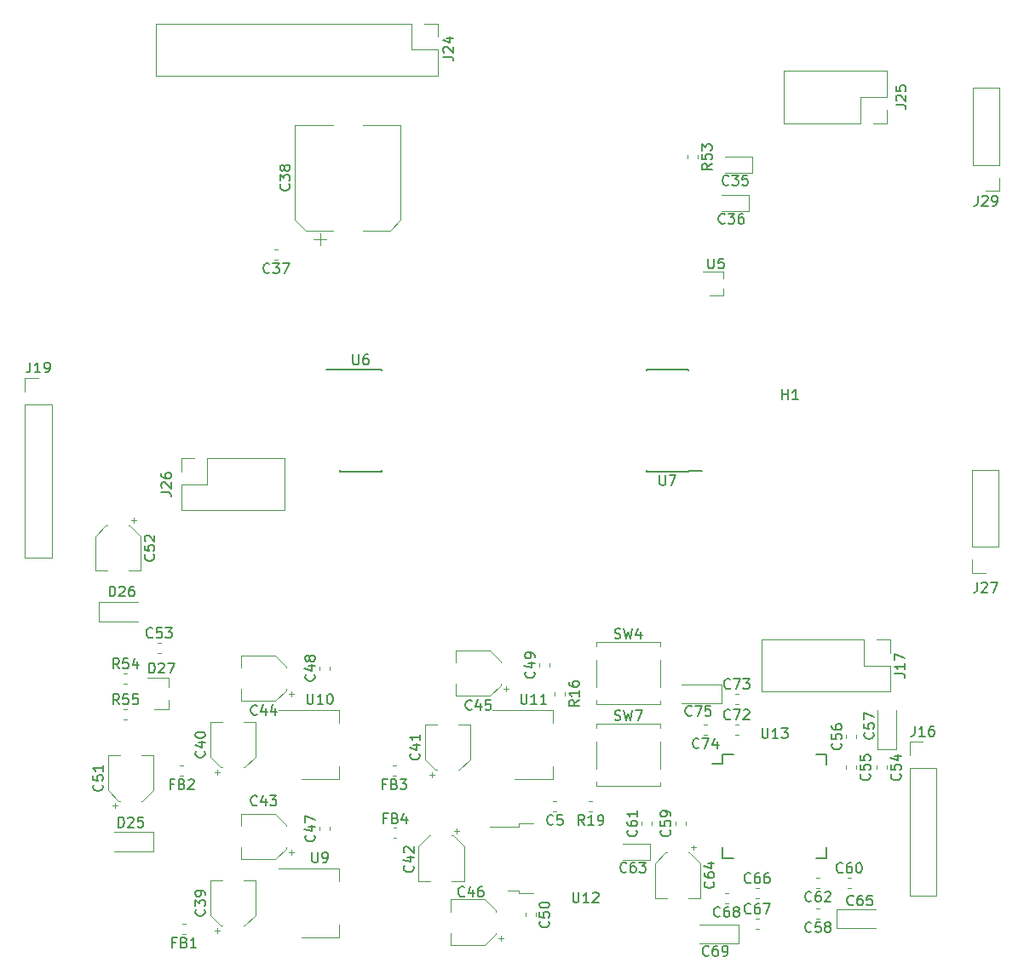
<source format=gto>
G04 #@! TF.GenerationSoftware,KiCad,Pcbnew,(5.0.1-3-g963ef8bb5)*
G04 #@! TF.CreationDate,2018-11-12T23:42:08-05:00*
G04 #@! TF.ProjectId,EuroSID,4575726F5349442E6B696361645F7063,rev?*
G04 #@! TF.SameCoordinates,Original*
G04 #@! TF.FileFunction,Legend,Top*
G04 #@! TF.FilePolarity,Positive*
%FSLAX46Y46*%
G04 Gerber Fmt 4.6, Leading zero omitted, Abs format (unit mm)*
G04 Created by KiCad (PCBNEW (5.0.1-3-g963ef8bb5)) date Monday, November 12, 2018 at 11:42:08 PM*
%MOMM*%
%LPD*%
G01*
G04 APERTURE LIST*
%ADD10C,0.150000*%
%ADD11C,0.120000*%
G04 APERTURE END LIST*
D10*
G04 #@! TO.C,U6*
X75955000Y-83315000D02*
X75955000Y-83340000D01*
X80105000Y-83315000D02*
X80105000Y-83420000D01*
X80105000Y-93465000D02*
X80105000Y-93360000D01*
X75955000Y-93465000D02*
X75955000Y-93360000D01*
X75955000Y-83315000D02*
X80105000Y-83315000D01*
X75955000Y-93465000D02*
X80105000Y-93465000D01*
X75955000Y-83340000D02*
X74580000Y-83340000D01*
G04 #@! TO.C,U7*
X110585000Y-93440000D02*
X111960000Y-93440000D01*
X110585000Y-83315000D02*
X106435000Y-83315000D01*
X110585000Y-93465000D02*
X106435000Y-93465000D01*
X110585000Y-83315000D02*
X110585000Y-83420000D01*
X106435000Y-83315000D02*
X106435000Y-83420000D01*
X106435000Y-93465000D02*
X106435000Y-93360000D01*
X110585000Y-93465000D02*
X110585000Y-93440000D01*
D11*
G04 #@! TO.C,R55*
X54499221Y-118110000D02*
X54824779Y-118110000D01*
X54499221Y-117090000D02*
X54824779Y-117090000D01*
G04 #@! TO.C,C5*
X97496779Y-126234000D02*
X97171221Y-126234000D01*
X97496779Y-127254000D02*
X97171221Y-127254000D01*
G04 #@! TO.C,C48*
X74984000Y-113190779D02*
X74984000Y-112865221D01*
X73964000Y-113190779D02*
X73964000Y-112865221D01*
G04 #@! TO.C,C49*
X96828000Y-112911279D02*
X96828000Y-112585721D01*
X95808000Y-112911279D02*
X95808000Y-112585721D01*
G04 #@! TO.C,C50*
X95431000Y-137676279D02*
X95431000Y-137350721D01*
X94411000Y-137676279D02*
X94411000Y-137350721D01*
G04 #@! TO.C,C53*
X57826721Y-111506000D02*
X58152279Y-111506000D01*
X57826721Y-110486000D02*
X58152279Y-110486000D01*
G04 #@! TO.C,C54*
X129336000Y-122745721D02*
X129336000Y-123071279D01*
X130356000Y-122745721D02*
X130356000Y-123071279D01*
G04 #@! TO.C,C55*
X126288000Y-122745721D02*
X126288000Y-123071279D01*
X127308000Y-122745721D02*
X127308000Y-123071279D01*
G04 #@! TO.C,C56*
X127308000Y-120023279D02*
X127308000Y-119697721D01*
X126288000Y-120023279D02*
X126288000Y-119697721D01*
G04 #@! TO.C,C61*
X106988000Y-128659279D02*
X106988000Y-128333721D01*
X105968000Y-128659279D02*
X105968000Y-128333721D01*
G04 #@! TO.C,C62*
X123633279Y-133854000D02*
X123307721Y-133854000D01*
X123633279Y-134874000D02*
X123307721Y-134874000D01*
G04 #@! TO.C,C42*
X87841000Y-129201000D02*
X87341000Y-129201000D01*
X87591000Y-128951000D02*
X87591000Y-129451000D01*
X84835437Y-129691000D02*
X83771000Y-130755437D01*
X87226563Y-129691000D02*
X88291000Y-130755437D01*
X87226563Y-129691000D02*
X87091000Y-129691000D01*
X84835437Y-129691000D02*
X84971000Y-129691000D01*
X83771000Y-130755437D02*
X83771000Y-134211000D01*
X88291000Y-130755437D02*
X88291000Y-134211000D01*
X88291000Y-134211000D02*
X87091000Y-134211000D01*
X83771000Y-134211000D02*
X84971000Y-134211000D01*
G04 #@! TO.C,C43*
X71128000Y-131602000D02*
X71128000Y-131102000D01*
X71378000Y-131352000D02*
X70878000Y-131352000D01*
X70638000Y-128596437D02*
X69573563Y-127532000D01*
X70638000Y-130987563D02*
X69573563Y-132052000D01*
X70638000Y-130987563D02*
X70638000Y-130852000D01*
X70638000Y-128596437D02*
X70638000Y-128732000D01*
X69573563Y-127532000D02*
X66118000Y-127532000D01*
X69573563Y-132052000D02*
X66118000Y-132052000D01*
X66118000Y-132052000D02*
X66118000Y-130852000D01*
X66118000Y-127532000D02*
X66118000Y-128732000D01*
G04 #@! TO.C,C46*
X91956000Y-140111000D02*
X91956000Y-139611000D01*
X92206000Y-139861000D02*
X91706000Y-139861000D01*
X91466000Y-137105437D02*
X90401563Y-136041000D01*
X91466000Y-139496563D02*
X90401563Y-140561000D01*
X91466000Y-139496563D02*
X91466000Y-139361000D01*
X91466000Y-137105437D02*
X91466000Y-137241000D01*
X90401563Y-136041000D02*
X86946000Y-136041000D01*
X90401563Y-140561000D02*
X86946000Y-140561000D01*
X86946000Y-140561000D02*
X86946000Y-139361000D01*
X86946000Y-136041000D02*
X86946000Y-137241000D01*
G04 #@! TO.C,C66*
X117262721Y-135890000D02*
X117588279Y-135890000D01*
X117262721Y-134870000D02*
X117588279Y-134870000D01*
G04 #@! TO.C,C67*
X117262721Y-138938000D02*
X117588279Y-138938000D01*
X117262721Y-137918000D02*
X117588279Y-137918000D01*
G04 #@! TO.C,C68*
X114540279Y-135378000D02*
X114214721Y-135378000D01*
X114540279Y-136398000D02*
X114214721Y-136398000D01*
G04 #@! TO.C,R16*
X97332000Y-115405221D02*
X97332000Y-115730779D01*
X98352000Y-115405221D02*
X98352000Y-115730779D01*
G04 #@! TO.C,R19*
X101052779Y-126234000D02*
X100727221Y-126234000D01*
X101052779Y-127254000D02*
X100727221Y-127254000D01*
G04 #@! TO.C,J26*
X60190000Y-93470000D02*
X60190000Y-92140000D01*
X60190000Y-92140000D02*
X61520000Y-92140000D01*
X60190000Y-94740000D02*
X62790000Y-94740000D01*
X62790000Y-94740000D02*
X62790000Y-92140000D01*
X62790000Y-92140000D02*
X70470000Y-92140000D01*
X70470000Y-97340000D02*
X70470000Y-92140000D01*
X60190000Y-97340000D02*
X70470000Y-97340000D01*
X60190000Y-97340000D02*
X60190000Y-94740000D01*
G04 #@! TO.C,J24*
X57640000Y-48930000D02*
X57640000Y-54130000D01*
X83100000Y-48930000D02*
X57640000Y-48930000D01*
X85700000Y-54130000D02*
X57640000Y-54130000D01*
X83100000Y-48930000D02*
X83100000Y-51530000D01*
X83100000Y-51530000D02*
X85700000Y-51530000D01*
X85700000Y-51530000D02*
X85700000Y-54130000D01*
X84370000Y-48930000D02*
X85700000Y-48930000D01*
X85700000Y-48930000D02*
X85700000Y-50260000D01*
G04 #@! TO.C,U9*
X69866000Y-132986000D02*
X75876000Y-132986000D01*
X72116000Y-139806000D02*
X75876000Y-139806000D01*
X75876000Y-132986000D02*
X75876000Y-134246000D01*
X75876000Y-139806000D02*
X75876000Y-138546000D01*
G04 #@! TO.C,U10*
X69866000Y-117238000D02*
X75876000Y-117238000D01*
X72116000Y-124058000D02*
X75876000Y-124058000D01*
X75876000Y-117238000D02*
X75876000Y-118498000D01*
X75876000Y-124058000D02*
X75876000Y-122798000D01*
G04 #@! TO.C,D25*
X57420000Y-131300000D02*
X53520000Y-131300000D01*
X57420000Y-129300000D02*
X53520000Y-129300000D01*
X57420000Y-131300000D02*
X57420000Y-129300000D01*
G04 #@! TO.C,FB1*
X60641279Y-138426000D02*
X60315721Y-138426000D01*
X60641279Y-139446000D02*
X60315721Y-139446000D01*
G04 #@! TO.C,FB2*
X60412779Y-122678000D02*
X60087221Y-122678000D01*
X60412779Y-123698000D02*
X60087221Y-123698000D01*
G04 #@! TO.C,FB3*
X81520279Y-122678000D02*
X81194721Y-122678000D01*
X81520279Y-123698000D02*
X81194721Y-123698000D01*
G04 #@! TO.C,FB4*
X81596279Y-128901000D02*
X81270721Y-128901000D01*
X81596279Y-129921000D02*
X81270721Y-129921000D01*
G04 #@! TO.C,D26*
X52030000Y-106440000D02*
X52030000Y-108440000D01*
X52030000Y-108440000D02*
X55930000Y-108440000D01*
X52030000Y-106440000D02*
X55930000Y-106440000D01*
G04 #@! TO.C,R53*
X111560000Y-62039721D02*
X111560000Y-62365279D01*
X110540000Y-62039721D02*
X110540000Y-62365279D01*
G04 #@! TO.C,R54*
X54499221Y-114554000D02*
X54824779Y-114554000D01*
X54499221Y-113534000D02*
X54824779Y-113534000D01*
G04 #@! TO.C,C35*
X114242500Y-63775000D02*
X116952500Y-63775000D01*
X116952500Y-63775000D02*
X116952500Y-62205000D01*
X116952500Y-62205000D02*
X114242500Y-62205000D01*
G04 #@! TO.C,C36*
X116570000Y-66015000D02*
X113860000Y-66015000D01*
X116570000Y-67585000D02*
X116570000Y-66015000D01*
X113860000Y-67585000D02*
X116570000Y-67585000D01*
G04 #@! TO.C,C37*
X69785279Y-71370000D02*
X69459721Y-71370000D01*
X69785279Y-72390000D02*
X69459721Y-72390000D01*
G04 #@! TO.C,C38*
X82020000Y-59000000D02*
X78270000Y-59000000D01*
X71500000Y-59000000D02*
X75250000Y-59000000D01*
X71500000Y-68455563D02*
X71500000Y-59000000D01*
X82020000Y-68455563D02*
X82020000Y-59000000D01*
X80955563Y-69520000D02*
X78270000Y-69520000D01*
X72564437Y-69520000D02*
X75250000Y-69520000D01*
X72564437Y-69520000D02*
X71500000Y-68455563D01*
X80955563Y-69520000D02*
X82020000Y-68455563D01*
X74000000Y-71010000D02*
X74000000Y-69760000D01*
X73375000Y-70385000D02*
X74625000Y-70385000D01*
G04 #@! TO.C,C39*
X67590000Y-134136000D02*
X66390000Y-134136000D01*
X63070000Y-134136000D02*
X64270000Y-134136000D01*
X63070000Y-137591563D02*
X63070000Y-134136000D01*
X67590000Y-137591563D02*
X67590000Y-134136000D01*
X66525563Y-138656000D02*
X66390000Y-138656000D01*
X64134437Y-138656000D02*
X64270000Y-138656000D01*
X64134437Y-138656000D02*
X63070000Y-137591563D01*
X66525563Y-138656000D02*
X67590000Y-137591563D01*
X63770000Y-139396000D02*
X63770000Y-138896000D01*
X63520000Y-139146000D02*
X64020000Y-139146000D01*
G04 #@! TO.C,C40*
X67590000Y-118388000D02*
X66390000Y-118388000D01*
X63070000Y-118388000D02*
X64270000Y-118388000D01*
X63070000Y-121843563D02*
X63070000Y-118388000D01*
X67590000Y-121843563D02*
X67590000Y-118388000D01*
X66525563Y-122908000D02*
X66390000Y-122908000D01*
X64134437Y-122908000D02*
X64270000Y-122908000D01*
X64134437Y-122908000D02*
X63070000Y-121843563D01*
X66525563Y-122908000D02*
X67590000Y-121843563D01*
X63770000Y-123648000D02*
X63770000Y-123148000D01*
X63520000Y-123398000D02*
X64020000Y-123398000D01*
G04 #@! TO.C,C41*
X88926000Y-118620000D02*
X87726000Y-118620000D01*
X84406000Y-118620000D02*
X85606000Y-118620000D01*
X84406000Y-122075563D02*
X84406000Y-118620000D01*
X88926000Y-122075563D02*
X88926000Y-118620000D01*
X87861563Y-123140000D02*
X87726000Y-123140000D01*
X85470437Y-123140000D02*
X85606000Y-123140000D01*
X85470437Y-123140000D02*
X84406000Y-122075563D01*
X87861563Y-123140000D02*
X88926000Y-122075563D01*
X85106000Y-123880000D02*
X85106000Y-123380000D01*
X84856000Y-123630000D02*
X85356000Y-123630000D01*
G04 #@! TO.C,C44*
X71128000Y-115854000D02*
X71128000Y-115354000D01*
X71378000Y-115604000D02*
X70878000Y-115604000D01*
X70638000Y-112848437D02*
X69573563Y-111784000D01*
X70638000Y-115239563D02*
X69573563Y-116304000D01*
X70638000Y-115239563D02*
X70638000Y-115104000D01*
X70638000Y-112848437D02*
X70638000Y-112984000D01*
X69573563Y-111784000D02*
X66118000Y-111784000D01*
X69573563Y-116304000D02*
X66118000Y-116304000D01*
X66118000Y-116304000D02*
X66118000Y-115104000D01*
X66118000Y-111784000D02*
X66118000Y-112984000D01*
G04 #@! TO.C,C45*
X92464000Y-115346000D02*
X92464000Y-114846000D01*
X92714000Y-115096000D02*
X92214000Y-115096000D01*
X91974000Y-112340437D02*
X90909563Y-111276000D01*
X91974000Y-114731563D02*
X90909563Y-115796000D01*
X91974000Y-114731563D02*
X91974000Y-114596000D01*
X91974000Y-112340437D02*
X91974000Y-112476000D01*
X90909563Y-111276000D02*
X87454000Y-111276000D01*
X90909563Y-115796000D02*
X87454000Y-115796000D01*
X87454000Y-115796000D02*
X87454000Y-114596000D01*
X87454000Y-111276000D02*
X87454000Y-112476000D01*
G04 #@! TO.C,C47*
X74984000Y-129167279D02*
X74984000Y-128841721D01*
X73964000Y-129167279D02*
X73964000Y-128841721D01*
G04 #@! TO.C,C51*
X57430000Y-121712000D02*
X56230000Y-121712000D01*
X52910000Y-121712000D02*
X54110000Y-121712000D01*
X52910000Y-125167563D02*
X52910000Y-121712000D01*
X57430000Y-125167563D02*
X57430000Y-121712000D01*
X56365563Y-126232000D02*
X56230000Y-126232000D01*
X53974437Y-126232000D02*
X54110000Y-126232000D01*
X53974437Y-126232000D02*
X52910000Y-125167563D01*
X56365563Y-126232000D02*
X57430000Y-125167563D01*
X53610000Y-126972000D02*
X53610000Y-126472000D01*
X53360000Y-126722000D02*
X53860000Y-126722000D01*
G04 #@! TO.C,C52*
X55710000Y-98340000D02*
X55210000Y-98340000D01*
X55460000Y-98090000D02*
X55460000Y-98590000D01*
X52704437Y-98830000D02*
X51640000Y-99894437D01*
X55095563Y-98830000D02*
X56160000Y-99894437D01*
X55095563Y-98830000D02*
X54960000Y-98830000D01*
X52704437Y-98830000D02*
X52840000Y-98830000D01*
X51640000Y-99894437D02*
X51640000Y-103350000D01*
X56160000Y-99894437D02*
X56160000Y-103350000D01*
X56160000Y-103350000D02*
X54960000Y-103350000D01*
X51640000Y-103350000D02*
X52840000Y-103350000D01*
G04 #@! TO.C,C57*
X129419000Y-117190000D02*
X129419000Y-121100000D01*
X129419000Y-121100000D02*
X131289000Y-121100000D01*
X131289000Y-121100000D02*
X131289000Y-117190000D01*
G04 #@! TO.C,C58*
X123633279Y-136902000D02*
X123307721Y-136902000D01*
X123633279Y-137922000D02*
X123307721Y-137922000D01*
G04 #@! TO.C,C59*
X109295500Y-128659279D02*
X109295500Y-128333721D01*
X110315500Y-128659279D02*
X110315500Y-128333721D01*
G04 #@! TO.C,C60*
X126406721Y-133854000D02*
X126732279Y-133854000D01*
X126406721Y-134874000D02*
X126732279Y-134874000D01*
G04 #@! TO.C,C63*
X104082500Y-132101000D02*
X106792500Y-132101000D01*
X106792500Y-132101000D02*
X106792500Y-130531000D01*
X106792500Y-130531000D02*
X104082500Y-130531000D01*
G04 #@! TO.C,C64*
X107266000Y-135884000D02*
X108466000Y-135884000D01*
X111786000Y-135884000D02*
X110586000Y-135884000D01*
X111786000Y-132428437D02*
X111786000Y-135884000D01*
X107266000Y-132428437D02*
X107266000Y-135884000D01*
X108330437Y-131364000D02*
X108466000Y-131364000D01*
X110721563Y-131364000D02*
X110586000Y-131364000D01*
X110721563Y-131364000D02*
X111786000Y-132428437D01*
X108330437Y-131364000D02*
X107266000Y-132428437D01*
X111086000Y-130624000D02*
X111086000Y-131124000D01*
X111336000Y-130874000D02*
X110836000Y-130874000D01*
G04 #@! TO.C,C65*
X125330000Y-138855000D02*
X129240000Y-138855000D01*
X125330000Y-136985000D02*
X125330000Y-138855000D01*
X129240000Y-136985000D02*
X125330000Y-136985000D01*
G04 #@! TO.C,C69*
X111656000Y-140379000D02*
X115566000Y-140379000D01*
X115566000Y-140379000D02*
X115566000Y-138509000D01*
X115566000Y-138509000D02*
X111656000Y-138509000D01*
G04 #@! TO.C,D27*
X58978000Y-117148000D02*
X58978000Y-116218000D01*
X58978000Y-113988000D02*
X58978000Y-114918000D01*
X58978000Y-113988000D02*
X56818000Y-113988000D01*
X58978000Y-117148000D02*
X57518000Y-117148000D01*
G04 #@! TO.C,J16*
X132580000Y-135694000D02*
X135240000Y-135694000D01*
X132580000Y-122934000D02*
X132580000Y-135694000D01*
X135240000Y-122934000D02*
X135240000Y-135694000D01*
X132580000Y-122934000D02*
X135240000Y-122934000D01*
X132580000Y-121664000D02*
X132580000Y-120334000D01*
X132580000Y-120334000D02*
X133910000Y-120334000D01*
G04 #@! TO.C,J17*
X117848000Y-110174000D02*
X117848000Y-115374000D01*
X128068000Y-110174000D02*
X117848000Y-110174000D01*
X130668000Y-115374000D02*
X117848000Y-115374000D01*
X128068000Y-110174000D02*
X128068000Y-112774000D01*
X128068000Y-112774000D02*
X130668000Y-112774000D01*
X130668000Y-112774000D02*
X130668000Y-115374000D01*
X129338000Y-110174000D02*
X130668000Y-110174000D01*
X130668000Y-110174000D02*
X130668000Y-111504000D01*
G04 #@! TO.C,U11*
X97110000Y-124058000D02*
X97110000Y-122798000D01*
X97110000Y-117238000D02*
X97110000Y-118498000D01*
X93350000Y-124058000D02*
X97110000Y-124058000D01*
X91100000Y-117238000D02*
X97110000Y-117238000D01*
G04 #@! TO.C,U12*
X95221000Y-128501000D02*
X93721000Y-128501000D01*
X93721000Y-128501000D02*
X93721000Y-128771000D01*
X93721000Y-128771000D02*
X90891000Y-128771000D01*
X95221000Y-135401000D02*
X93721000Y-135401000D01*
X93721000Y-135401000D02*
X93721000Y-135131000D01*
X93721000Y-135131000D02*
X92621000Y-135131000D01*
D10*
G04 #@! TO.C,U13*
X114003000Y-121569000D02*
X114003000Y-122569000D01*
X124353000Y-121569000D02*
X124353000Y-122644000D01*
X124353000Y-131919000D02*
X124353000Y-130844000D01*
X114003000Y-131919000D02*
X114003000Y-130844000D01*
X114003000Y-121569000D02*
X115078000Y-121569000D01*
X114003000Y-131919000D02*
X115078000Y-131919000D01*
X124353000Y-131919000D02*
X123278000Y-131919000D01*
X124353000Y-121569000D02*
X123278000Y-121569000D01*
X114003000Y-122569000D02*
X112978000Y-122569000D01*
D11*
G04 #@! TO.C,C72*
X115230721Y-118614000D02*
X115556279Y-118614000D01*
X115230721Y-119634000D02*
X115556279Y-119634000D01*
G04 #@! TO.C,C73*
X115230721Y-116586000D02*
X115556279Y-116586000D01*
X115230721Y-115566000D02*
X115556279Y-115566000D01*
G04 #@! TO.C,C74*
X112457279Y-119634000D02*
X112131721Y-119634000D01*
X112457279Y-118614000D02*
X112131721Y-118614000D01*
G04 #@! TO.C,C75*
X109958000Y-116503000D02*
X113868000Y-116503000D01*
X113868000Y-116503000D02*
X113868000Y-114633000D01*
X113868000Y-114633000D02*
X109958000Y-114633000D01*
G04 #@! TO.C,J19*
X44670000Y-102070000D02*
X47330000Y-102070000D01*
X44670000Y-86770000D02*
X44670000Y-102070000D01*
X47330000Y-86770000D02*
X47330000Y-102070000D01*
X44670000Y-86770000D02*
X47330000Y-86770000D01*
X44670000Y-85500000D02*
X44670000Y-84170000D01*
X44670000Y-84170000D02*
X46000000Y-84170000D01*
G04 #@! TO.C,J29*
X141500000Y-65590000D02*
X140170000Y-65590000D01*
X141500000Y-64260000D02*
X141500000Y-65590000D01*
X141500000Y-62990000D02*
X138840000Y-62990000D01*
X138840000Y-62990000D02*
X138840000Y-55310000D01*
X141500000Y-62990000D02*
X141500000Y-55310000D01*
X141500000Y-55310000D02*
X138840000Y-55310000D01*
G04 #@! TO.C,J25*
X130330000Y-53630000D02*
X130330000Y-56230000D01*
X130330000Y-53630000D02*
X120050000Y-53630000D01*
X120050000Y-53630000D02*
X120050000Y-58830000D01*
X127730000Y-58830000D02*
X120050000Y-58830000D01*
X127730000Y-56230000D02*
X127730000Y-58830000D01*
X130330000Y-56230000D02*
X127730000Y-56230000D01*
X130330000Y-58830000D02*
X129000000Y-58830000D01*
X130330000Y-57500000D02*
X130330000Y-58830000D01*
G04 #@! TO.C,J27*
X141450000Y-100990000D02*
X138790000Y-100990000D01*
X141450000Y-100990000D02*
X141450000Y-93310000D01*
X141450000Y-93310000D02*
X138790000Y-93310000D01*
X138790000Y-100990000D02*
X138790000Y-93310000D01*
X138790000Y-103590000D02*
X138790000Y-102260000D01*
X140120000Y-103590000D02*
X138790000Y-103590000D01*
G04 #@! TO.C,SW7*
X101464000Y-124314000D02*
X101464000Y-124764000D01*
X101464000Y-124764000D02*
X107764000Y-124764000D01*
X107764000Y-124764000D02*
X107764000Y-124364000D01*
X101464000Y-123014000D02*
X101464000Y-120314000D01*
X107764000Y-120314000D02*
X107764000Y-123014000D01*
X101464000Y-118564000D02*
X107764000Y-118564000D01*
X107764000Y-118564000D02*
X107764000Y-119014000D01*
X101464000Y-119014000D02*
X101464000Y-118564000D01*
G04 #@! TO.C,SW4*
X101464000Y-110886000D02*
X101464000Y-110436000D01*
X107764000Y-110436000D02*
X107764000Y-110886000D01*
X101464000Y-110436000D02*
X107764000Y-110436000D01*
X107764000Y-112186000D02*
X107764000Y-114886000D01*
X101464000Y-114886000D02*
X101464000Y-112186000D01*
X107764000Y-116636000D02*
X107764000Y-116236000D01*
X101464000Y-116636000D02*
X107764000Y-116636000D01*
X101464000Y-116186000D02*
X101464000Y-116636000D01*
G04 #@! TO.C,U5*
X114100000Y-75300000D02*
X114100000Y-75960000D01*
X114100000Y-73640000D02*
X114100000Y-74300000D01*
X114100000Y-73640000D02*
X112070000Y-73640000D01*
X112690000Y-75960000D02*
X114100000Y-75960000D01*
G04 #@! TO.C,U6*
D10*
X77268095Y-81842380D02*
X77268095Y-82651904D01*
X77315714Y-82747142D01*
X77363333Y-82794761D01*
X77458571Y-82842380D01*
X77649047Y-82842380D01*
X77744285Y-82794761D01*
X77791904Y-82747142D01*
X77839523Y-82651904D01*
X77839523Y-81842380D01*
X78744285Y-81842380D02*
X78553809Y-81842380D01*
X78458571Y-81890000D01*
X78410952Y-81937619D01*
X78315714Y-82080476D01*
X78268095Y-82270952D01*
X78268095Y-82651904D01*
X78315714Y-82747142D01*
X78363333Y-82794761D01*
X78458571Y-82842380D01*
X78649047Y-82842380D01*
X78744285Y-82794761D01*
X78791904Y-82747142D01*
X78839523Y-82651904D01*
X78839523Y-82413809D01*
X78791904Y-82318571D01*
X78744285Y-82270952D01*
X78649047Y-82223333D01*
X78458571Y-82223333D01*
X78363333Y-82270952D01*
X78315714Y-82318571D01*
X78268095Y-82413809D01*
G04 #@! TO.C,U7*
X107748095Y-93842380D02*
X107748095Y-94651904D01*
X107795714Y-94747142D01*
X107843333Y-94794761D01*
X107938571Y-94842380D01*
X108129047Y-94842380D01*
X108224285Y-94794761D01*
X108271904Y-94747142D01*
X108319523Y-94651904D01*
X108319523Y-93842380D01*
X108700476Y-93842380D02*
X109367142Y-93842380D01*
X108938571Y-94842380D01*
G04 #@! TO.C,R55*
X54019142Y-116622380D02*
X53685809Y-116146190D01*
X53447714Y-116622380D02*
X53447714Y-115622380D01*
X53828666Y-115622380D01*
X53923904Y-115670000D01*
X53971523Y-115717619D01*
X54019142Y-115812857D01*
X54019142Y-115955714D01*
X53971523Y-116050952D01*
X53923904Y-116098571D01*
X53828666Y-116146190D01*
X53447714Y-116146190D01*
X54923904Y-115622380D02*
X54447714Y-115622380D01*
X54400095Y-116098571D01*
X54447714Y-116050952D01*
X54542952Y-116003333D01*
X54781047Y-116003333D01*
X54876285Y-116050952D01*
X54923904Y-116098571D01*
X54971523Y-116193809D01*
X54971523Y-116431904D01*
X54923904Y-116527142D01*
X54876285Y-116574761D01*
X54781047Y-116622380D01*
X54542952Y-116622380D01*
X54447714Y-116574761D01*
X54400095Y-116527142D01*
X55876285Y-115622380D02*
X55400095Y-115622380D01*
X55352476Y-116098571D01*
X55400095Y-116050952D01*
X55495333Y-116003333D01*
X55733428Y-116003333D01*
X55828666Y-116050952D01*
X55876285Y-116098571D01*
X55923904Y-116193809D01*
X55923904Y-116431904D01*
X55876285Y-116527142D01*
X55828666Y-116574761D01*
X55733428Y-116622380D01*
X55495333Y-116622380D01*
X55400095Y-116574761D01*
X55352476Y-116527142D01*
G04 #@! TO.C,C5*
X97167333Y-128531142D02*
X97119714Y-128578761D01*
X96976857Y-128626380D01*
X96881619Y-128626380D01*
X96738761Y-128578761D01*
X96643523Y-128483523D01*
X96595904Y-128388285D01*
X96548285Y-128197809D01*
X96548285Y-128054952D01*
X96595904Y-127864476D01*
X96643523Y-127769238D01*
X96738761Y-127674000D01*
X96881619Y-127626380D01*
X96976857Y-127626380D01*
X97119714Y-127674000D01*
X97167333Y-127721619D01*
X98072095Y-127626380D02*
X97595904Y-127626380D01*
X97548285Y-128102571D01*
X97595904Y-128054952D01*
X97691142Y-128007333D01*
X97929238Y-128007333D01*
X98024476Y-128054952D01*
X98072095Y-128102571D01*
X98119714Y-128197809D01*
X98119714Y-128435904D01*
X98072095Y-128531142D01*
X98024476Y-128578761D01*
X97929238Y-128626380D01*
X97691142Y-128626380D01*
X97595904Y-128578761D01*
X97548285Y-128531142D01*
G04 #@! TO.C,C48*
X73401142Y-113670857D02*
X73448761Y-113718476D01*
X73496380Y-113861333D01*
X73496380Y-113956571D01*
X73448761Y-114099428D01*
X73353523Y-114194666D01*
X73258285Y-114242285D01*
X73067809Y-114289904D01*
X72924952Y-114289904D01*
X72734476Y-114242285D01*
X72639238Y-114194666D01*
X72544000Y-114099428D01*
X72496380Y-113956571D01*
X72496380Y-113861333D01*
X72544000Y-113718476D01*
X72591619Y-113670857D01*
X72829714Y-112813714D02*
X73496380Y-112813714D01*
X72448761Y-113051809D02*
X73163047Y-113289904D01*
X73163047Y-112670857D01*
X72924952Y-112147047D02*
X72877333Y-112242285D01*
X72829714Y-112289904D01*
X72734476Y-112337523D01*
X72686857Y-112337523D01*
X72591619Y-112289904D01*
X72544000Y-112242285D01*
X72496380Y-112147047D01*
X72496380Y-111956571D01*
X72544000Y-111861333D01*
X72591619Y-111813714D01*
X72686857Y-111766095D01*
X72734476Y-111766095D01*
X72829714Y-111813714D01*
X72877333Y-111861333D01*
X72924952Y-111956571D01*
X72924952Y-112147047D01*
X72972571Y-112242285D01*
X73020190Y-112289904D01*
X73115428Y-112337523D01*
X73305904Y-112337523D01*
X73401142Y-112289904D01*
X73448761Y-112242285D01*
X73496380Y-112147047D01*
X73496380Y-111956571D01*
X73448761Y-111861333D01*
X73401142Y-111813714D01*
X73305904Y-111766095D01*
X73115428Y-111766095D01*
X73020190Y-111813714D01*
X72972571Y-111861333D01*
X72924952Y-111956571D01*
G04 #@! TO.C,C49*
X95245142Y-113391357D02*
X95292761Y-113438976D01*
X95340380Y-113581833D01*
X95340380Y-113677071D01*
X95292761Y-113819928D01*
X95197523Y-113915166D01*
X95102285Y-113962785D01*
X94911809Y-114010404D01*
X94768952Y-114010404D01*
X94578476Y-113962785D01*
X94483238Y-113915166D01*
X94388000Y-113819928D01*
X94340380Y-113677071D01*
X94340380Y-113581833D01*
X94388000Y-113438976D01*
X94435619Y-113391357D01*
X94673714Y-112534214D02*
X95340380Y-112534214D01*
X94292761Y-112772309D02*
X95007047Y-113010404D01*
X95007047Y-112391357D01*
X95340380Y-111962785D02*
X95340380Y-111772309D01*
X95292761Y-111677071D01*
X95245142Y-111629452D01*
X95102285Y-111534214D01*
X94911809Y-111486595D01*
X94530857Y-111486595D01*
X94435619Y-111534214D01*
X94388000Y-111581833D01*
X94340380Y-111677071D01*
X94340380Y-111867547D01*
X94388000Y-111962785D01*
X94435619Y-112010404D01*
X94530857Y-112058023D01*
X94768952Y-112058023D01*
X94864190Y-112010404D01*
X94911809Y-111962785D01*
X94959428Y-111867547D01*
X94959428Y-111677071D01*
X94911809Y-111581833D01*
X94864190Y-111534214D01*
X94768952Y-111486595D01*
G04 #@! TO.C,C50*
X96687142Y-138202857D02*
X96734761Y-138250476D01*
X96782380Y-138393333D01*
X96782380Y-138488571D01*
X96734761Y-138631428D01*
X96639523Y-138726666D01*
X96544285Y-138774285D01*
X96353809Y-138821904D01*
X96210952Y-138821904D01*
X96020476Y-138774285D01*
X95925238Y-138726666D01*
X95830000Y-138631428D01*
X95782380Y-138488571D01*
X95782380Y-138393333D01*
X95830000Y-138250476D01*
X95877619Y-138202857D01*
X95782380Y-137298095D02*
X95782380Y-137774285D01*
X96258571Y-137821904D01*
X96210952Y-137774285D01*
X96163333Y-137679047D01*
X96163333Y-137440952D01*
X96210952Y-137345714D01*
X96258571Y-137298095D01*
X96353809Y-137250476D01*
X96591904Y-137250476D01*
X96687142Y-137298095D01*
X96734761Y-137345714D01*
X96782380Y-137440952D01*
X96782380Y-137679047D01*
X96734761Y-137774285D01*
X96687142Y-137821904D01*
X95782380Y-136631428D02*
X95782380Y-136536190D01*
X95830000Y-136440952D01*
X95877619Y-136393333D01*
X95972857Y-136345714D01*
X96163333Y-136298095D01*
X96401428Y-136298095D01*
X96591904Y-136345714D01*
X96687142Y-136393333D01*
X96734761Y-136440952D01*
X96782380Y-136536190D01*
X96782380Y-136631428D01*
X96734761Y-136726666D01*
X96687142Y-136774285D01*
X96591904Y-136821904D01*
X96401428Y-136869523D01*
X96163333Y-136869523D01*
X95972857Y-136821904D01*
X95877619Y-136774285D01*
X95830000Y-136726666D01*
X95782380Y-136631428D01*
G04 #@! TO.C,C53*
X57346642Y-109923142D02*
X57299023Y-109970761D01*
X57156166Y-110018380D01*
X57060928Y-110018380D01*
X56918071Y-109970761D01*
X56822833Y-109875523D01*
X56775214Y-109780285D01*
X56727595Y-109589809D01*
X56727595Y-109446952D01*
X56775214Y-109256476D01*
X56822833Y-109161238D01*
X56918071Y-109066000D01*
X57060928Y-109018380D01*
X57156166Y-109018380D01*
X57299023Y-109066000D01*
X57346642Y-109113619D01*
X58251404Y-109018380D02*
X57775214Y-109018380D01*
X57727595Y-109494571D01*
X57775214Y-109446952D01*
X57870452Y-109399333D01*
X58108547Y-109399333D01*
X58203785Y-109446952D01*
X58251404Y-109494571D01*
X58299023Y-109589809D01*
X58299023Y-109827904D01*
X58251404Y-109923142D01*
X58203785Y-109970761D01*
X58108547Y-110018380D01*
X57870452Y-110018380D01*
X57775214Y-109970761D01*
X57727595Y-109923142D01*
X58632357Y-109018380D02*
X59251404Y-109018380D01*
X58918071Y-109399333D01*
X59060928Y-109399333D01*
X59156166Y-109446952D01*
X59203785Y-109494571D01*
X59251404Y-109589809D01*
X59251404Y-109827904D01*
X59203785Y-109923142D01*
X59156166Y-109970761D01*
X59060928Y-110018380D01*
X58775214Y-110018380D01*
X58679976Y-109970761D01*
X58632357Y-109923142D01*
G04 #@! TO.C,C54*
X131633142Y-123551357D02*
X131680761Y-123598976D01*
X131728380Y-123741833D01*
X131728380Y-123837071D01*
X131680761Y-123979928D01*
X131585523Y-124075166D01*
X131490285Y-124122785D01*
X131299809Y-124170404D01*
X131156952Y-124170404D01*
X130966476Y-124122785D01*
X130871238Y-124075166D01*
X130776000Y-123979928D01*
X130728380Y-123837071D01*
X130728380Y-123741833D01*
X130776000Y-123598976D01*
X130823619Y-123551357D01*
X130728380Y-122646595D02*
X130728380Y-123122785D01*
X131204571Y-123170404D01*
X131156952Y-123122785D01*
X131109333Y-123027547D01*
X131109333Y-122789452D01*
X131156952Y-122694214D01*
X131204571Y-122646595D01*
X131299809Y-122598976D01*
X131537904Y-122598976D01*
X131633142Y-122646595D01*
X131680761Y-122694214D01*
X131728380Y-122789452D01*
X131728380Y-123027547D01*
X131680761Y-123122785D01*
X131633142Y-123170404D01*
X131061714Y-121741833D02*
X131728380Y-121741833D01*
X130680761Y-121979928D02*
X131395047Y-122218023D01*
X131395047Y-121598976D01*
G04 #@! TO.C,C55*
X128585142Y-123551357D02*
X128632761Y-123598976D01*
X128680380Y-123741833D01*
X128680380Y-123837071D01*
X128632761Y-123979928D01*
X128537523Y-124075166D01*
X128442285Y-124122785D01*
X128251809Y-124170404D01*
X128108952Y-124170404D01*
X127918476Y-124122785D01*
X127823238Y-124075166D01*
X127728000Y-123979928D01*
X127680380Y-123837071D01*
X127680380Y-123741833D01*
X127728000Y-123598976D01*
X127775619Y-123551357D01*
X127680380Y-122646595D02*
X127680380Y-123122785D01*
X128156571Y-123170404D01*
X128108952Y-123122785D01*
X128061333Y-123027547D01*
X128061333Y-122789452D01*
X128108952Y-122694214D01*
X128156571Y-122646595D01*
X128251809Y-122598976D01*
X128489904Y-122598976D01*
X128585142Y-122646595D01*
X128632761Y-122694214D01*
X128680380Y-122789452D01*
X128680380Y-123027547D01*
X128632761Y-123122785D01*
X128585142Y-123170404D01*
X127680380Y-121694214D02*
X127680380Y-122170404D01*
X128156571Y-122218023D01*
X128108952Y-122170404D01*
X128061333Y-122075166D01*
X128061333Y-121837071D01*
X128108952Y-121741833D01*
X128156571Y-121694214D01*
X128251809Y-121646595D01*
X128489904Y-121646595D01*
X128585142Y-121694214D01*
X128632761Y-121741833D01*
X128680380Y-121837071D01*
X128680380Y-122075166D01*
X128632761Y-122170404D01*
X128585142Y-122218023D01*
G04 #@! TO.C,C56*
X125725142Y-120503357D02*
X125772761Y-120550976D01*
X125820380Y-120693833D01*
X125820380Y-120789071D01*
X125772761Y-120931928D01*
X125677523Y-121027166D01*
X125582285Y-121074785D01*
X125391809Y-121122404D01*
X125248952Y-121122404D01*
X125058476Y-121074785D01*
X124963238Y-121027166D01*
X124868000Y-120931928D01*
X124820380Y-120789071D01*
X124820380Y-120693833D01*
X124868000Y-120550976D01*
X124915619Y-120503357D01*
X124820380Y-119598595D02*
X124820380Y-120074785D01*
X125296571Y-120122404D01*
X125248952Y-120074785D01*
X125201333Y-119979547D01*
X125201333Y-119741452D01*
X125248952Y-119646214D01*
X125296571Y-119598595D01*
X125391809Y-119550976D01*
X125629904Y-119550976D01*
X125725142Y-119598595D01*
X125772761Y-119646214D01*
X125820380Y-119741452D01*
X125820380Y-119979547D01*
X125772761Y-120074785D01*
X125725142Y-120122404D01*
X124820380Y-118693833D02*
X124820380Y-118884309D01*
X124868000Y-118979547D01*
X124915619Y-119027166D01*
X125058476Y-119122404D01*
X125248952Y-119170023D01*
X125629904Y-119170023D01*
X125725142Y-119122404D01*
X125772761Y-119074785D01*
X125820380Y-118979547D01*
X125820380Y-118789071D01*
X125772761Y-118693833D01*
X125725142Y-118646214D01*
X125629904Y-118598595D01*
X125391809Y-118598595D01*
X125296571Y-118646214D01*
X125248952Y-118693833D01*
X125201333Y-118789071D01*
X125201333Y-118979547D01*
X125248952Y-119074785D01*
X125296571Y-119122404D01*
X125391809Y-119170023D01*
G04 #@! TO.C,C61*
X105405142Y-129139357D02*
X105452761Y-129186976D01*
X105500380Y-129329833D01*
X105500380Y-129425071D01*
X105452761Y-129567928D01*
X105357523Y-129663166D01*
X105262285Y-129710785D01*
X105071809Y-129758404D01*
X104928952Y-129758404D01*
X104738476Y-129710785D01*
X104643238Y-129663166D01*
X104548000Y-129567928D01*
X104500380Y-129425071D01*
X104500380Y-129329833D01*
X104548000Y-129186976D01*
X104595619Y-129139357D01*
X104500380Y-128282214D02*
X104500380Y-128472690D01*
X104548000Y-128567928D01*
X104595619Y-128615547D01*
X104738476Y-128710785D01*
X104928952Y-128758404D01*
X105309904Y-128758404D01*
X105405142Y-128710785D01*
X105452761Y-128663166D01*
X105500380Y-128567928D01*
X105500380Y-128377452D01*
X105452761Y-128282214D01*
X105405142Y-128234595D01*
X105309904Y-128186976D01*
X105071809Y-128186976D01*
X104976571Y-128234595D01*
X104928952Y-128282214D01*
X104881333Y-128377452D01*
X104881333Y-128567928D01*
X104928952Y-128663166D01*
X104976571Y-128710785D01*
X105071809Y-128758404D01*
X105500380Y-127234595D02*
X105500380Y-127806023D01*
X105500380Y-127520309D02*
X104500380Y-127520309D01*
X104643238Y-127615547D01*
X104738476Y-127710785D01*
X104786095Y-127806023D01*
G04 #@! TO.C,C62*
X122827642Y-136151142D02*
X122780023Y-136198761D01*
X122637166Y-136246380D01*
X122541928Y-136246380D01*
X122399071Y-136198761D01*
X122303833Y-136103523D01*
X122256214Y-136008285D01*
X122208595Y-135817809D01*
X122208595Y-135674952D01*
X122256214Y-135484476D01*
X122303833Y-135389238D01*
X122399071Y-135294000D01*
X122541928Y-135246380D01*
X122637166Y-135246380D01*
X122780023Y-135294000D01*
X122827642Y-135341619D01*
X123684785Y-135246380D02*
X123494309Y-135246380D01*
X123399071Y-135294000D01*
X123351452Y-135341619D01*
X123256214Y-135484476D01*
X123208595Y-135674952D01*
X123208595Y-136055904D01*
X123256214Y-136151142D01*
X123303833Y-136198761D01*
X123399071Y-136246380D01*
X123589547Y-136246380D01*
X123684785Y-136198761D01*
X123732404Y-136151142D01*
X123780023Y-136055904D01*
X123780023Y-135817809D01*
X123732404Y-135722571D01*
X123684785Y-135674952D01*
X123589547Y-135627333D01*
X123399071Y-135627333D01*
X123303833Y-135674952D01*
X123256214Y-135722571D01*
X123208595Y-135817809D01*
X124160976Y-135341619D02*
X124208595Y-135294000D01*
X124303833Y-135246380D01*
X124541928Y-135246380D01*
X124637166Y-135294000D01*
X124684785Y-135341619D01*
X124732404Y-135436857D01*
X124732404Y-135532095D01*
X124684785Y-135674952D01*
X124113357Y-136246380D01*
X124732404Y-136246380D01*
G04 #@! TO.C,C42*
X83207142Y-132682857D02*
X83254761Y-132730476D01*
X83302380Y-132873333D01*
X83302380Y-132968571D01*
X83254761Y-133111428D01*
X83159523Y-133206666D01*
X83064285Y-133254285D01*
X82873809Y-133301904D01*
X82730952Y-133301904D01*
X82540476Y-133254285D01*
X82445238Y-133206666D01*
X82350000Y-133111428D01*
X82302380Y-132968571D01*
X82302380Y-132873333D01*
X82350000Y-132730476D01*
X82397619Y-132682857D01*
X82635714Y-131825714D02*
X83302380Y-131825714D01*
X82254761Y-132063809D02*
X82969047Y-132301904D01*
X82969047Y-131682857D01*
X82397619Y-131349523D02*
X82350000Y-131301904D01*
X82302380Y-131206666D01*
X82302380Y-130968571D01*
X82350000Y-130873333D01*
X82397619Y-130825714D01*
X82492857Y-130778095D01*
X82588095Y-130778095D01*
X82730952Y-130825714D01*
X83302380Y-131397142D01*
X83302380Y-130778095D01*
G04 #@! TO.C,C43*
X67735142Y-126609142D02*
X67687523Y-126656761D01*
X67544666Y-126704380D01*
X67449428Y-126704380D01*
X67306571Y-126656761D01*
X67211333Y-126561523D01*
X67163714Y-126466285D01*
X67116095Y-126275809D01*
X67116095Y-126132952D01*
X67163714Y-125942476D01*
X67211333Y-125847238D01*
X67306571Y-125752000D01*
X67449428Y-125704380D01*
X67544666Y-125704380D01*
X67687523Y-125752000D01*
X67735142Y-125799619D01*
X68592285Y-126037714D02*
X68592285Y-126704380D01*
X68354190Y-125656761D02*
X68116095Y-126371047D01*
X68735142Y-126371047D01*
X69020857Y-125704380D02*
X69639904Y-125704380D01*
X69306571Y-126085333D01*
X69449428Y-126085333D01*
X69544666Y-126132952D01*
X69592285Y-126180571D01*
X69639904Y-126275809D01*
X69639904Y-126513904D01*
X69592285Y-126609142D01*
X69544666Y-126656761D01*
X69449428Y-126704380D01*
X69163714Y-126704380D01*
X69068476Y-126656761D01*
X69020857Y-126609142D01*
G04 #@! TO.C,C46*
X88337142Y-135657142D02*
X88289523Y-135704761D01*
X88146666Y-135752380D01*
X88051428Y-135752380D01*
X87908571Y-135704761D01*
X87813333Y-135609523D01*
X87765714Y-135514285D01*
X87718095Y-135323809D01*
X87718095Y-135180952D01*
X87765714Y-134990476D01*
X87813333Y-134895238D01*
X87908571Y-134800000D01*
X88051428Y-134752380D01*
X88146666Y-134752380D01*
X88289523Y-134800000D01*
X88337142Y-134847619D01*
X89194285Y-135085714D02*
X89194285Y-135752380D01*
X88956190Y-134704761D02*
X88718095Y-135419047D01*
X89337142Y-135419047D01*
X90146666Y-134752380D02*
X89956190Y-134752380D01*
X89860952Y-134800000D01*
X89813333Y-134847619D01*
X89718095Y-134990476D01*
X89670476Y-135180952D01*
X89670476Y-135561904D01*
X89718095Y-135657142D01*
X89765714Y-135704761D01*
X89860952Y-135752380D01*
X90051428Y-135752380D01*
X90146666Y-135704761D01*
X90194285Y-135657142D01*
X90241904Y-135561904D01*
X90241904Y-135323809D01*
X90194285Y-135228571D01*
X90146666Y-135180952D01*
X90051428Y-135133333D01*
X89860952Y-135133333D01*
X89765714Y-135180952D01*
X89718095Y-135228571D01*
X89670476Y-135323809D01*
G04 #@! TO.C,C66*
X116782642Y-134307142D02*
X116735023Y-134354761D01*
X116592166Y-134402380D01*
X116496928Y-134402380D01*
X116354071Y-134354761D01*
X116258833Y-134259523D01*
X116211214Y-134164285D01*
X116163595Y-133973809D01*
X116163595Y-133830952D01*
X116211214Y-133640476D01*
X116258833Y-133545238D01*
X116354071Y-133450000D01*
X116496928Y-133402380D01*
X116592166Y-133402380D01*
X116735023Y-133450000D01*
X116782642Y-133497619D01*
X117639785Y-133402380D02*
X117449309Y-133402380D01*
X117354071Y-133450000D01*
X117306452Y-133497619D01*
X117211214Y-133640476D01*
X117163595Y-133830952D01*
X117163595Y-134211904D01*
X117211214Y-134307142D01*
X117258833Y-134354761D01*
X117354071Y-134402380D01*
X117544547Y-134402380D01*
X117639785Y-134354761D01*
X117687404Y-134307142D01*
X117735023Y-134211904D01*
X117735023Y-133973809D01*
X117687404Y-133878571D01*
X117639785Y-133830952D01*
X117544547Y-133783333D01*
X117354071Y-133783333D01*
X117258833Y-133830952D01*
X117211214Y-133878571D01*
X117163595Y-133973809D01*
X118592166Y-133402380D02*
X118401690Y-133402380D01*
X118306452Y-133450000D01*
X118258833Y-133497619D01*
X118163595Y-133640476D01*
X118115976Y-133830952D01*
X118115976Y-134211904D01*
X118163595Y-134307142D01*
X118211214Y-134354761D01*
X118306452Y-134402380D01*
X118496928Y-134402380D01*
X118592166Y-134354761D01*
X118639785Y-134307142D01*
X118687404Y-134211904D01*
X118687404Y-133973809D01*
X118639785Y-133878571D01*
X118592166Y-133830952D01*
X118496928Y-133783333D01*
X118306452Y-133783333D01*
X118211214Y-133830952D01*
X118163595Y-133878571D01*
X118115976Y-133973809D01*
G04 #@! TO.C,C67*
X116782642Y-137355142D02*
X116735023Y-137402761D01*
X116592166Y-137450380D01*
X116496928Y-137450380D01*
X116354071Y-137402761D01*
X116258833Y-137307523D01*
X116211214Y-137212285D01*
X116163595Y-137021809D01*
X116163595Y-136878952D01*
X116211214Y-136688476D01*
X116258833Y-136593238D01*
X116354071Y-136498000D01*
X116496928Y-136450380D01*
X116592166Y-136450380D01*
X116735023Y-136498000D01*
X116782642Y-136545619D01*
X117639785Y-136450380D02*
X117449309Y-136450380D01*
X117354071Y-136498000D01*
X117306452Y-136545619D01*
X117211214Y-136688476D01*
X117163595Y-136878952D01*
X117163595Y-137259904D01*
X117211214Y-137355142D01*
X117258833Y-137402761D01*
X117354071Y-137450380D01*
X117544547Y-137450380D01*
X117639785Y-137402761D01*
X117687404Y-137355142D01*
X117735023Y-137259904D01*
X117735023Y-137021809D01*
X117687404Y-136926571D01*
X117639785Y-136878952D01*
X117544547Y-136831333D01*
X117354071Y-136831333D01*
X117258833Y-136878952D01*
X117211214Y-136926571D01*
X117163595Y-137021809D01*
X118068357Y-136450380D02*
X118735023Y-136450380D01*
X118306452Y-137450380D01*
G04 #@! TO.C,C68*
X113734642Y-137675142D02*
X113687023Y-137722761D01*
X113544166Y-137770380D01*
X113448928Y-137770380D01*
X113306071Y-137722761D01*
X113210833Y-137627523D01*
X113163214Y-137532285D01*
X113115595Y-137341809D01*
X113115595Y-137198952D01*
X113163214Y-137008476D01*
X113210833Y-136913238D01*
X113306071Y-136818000D01*
X113448928Y-136770380D01*
X113544166Y-136770380D01*
X113687023Y-136818000D01*
X113734642Y-136865619D01*
X114591785Y-136770380D02*
X114401309Y-136770380D01*
X114306071Y-136818000D01*
X114258452Y-136865619D01*
X114163214Y-137008476D01*
X114115595Y-137198952D01*
X114115595Y-137579904D01*
X114163214Y-137675142D01*
X114210833Y-137722761D01*
X114306071Y-137770380D01*
X114496547Y-137770380D01*
X114591785Y-137722761D01*
X114639404Y-137675142D01*
X114687023Y-137579904D01*
X114687023Y-137341809D01*
X114639404Y-137246571D01*
X114591785Y-137198952D01*
X114496547Y-137151333D01*
X114306071Y-137151333D01*
X114210833Y-137198952D01*
X114163214Y-137246571D01*
X114115595Y-137341809D01*
X115258452Y-137198952D02*
X115163214Y-137151333D01*
X115115595Y-137103714D01*
X115067976Y-137008476D01*
X115067976Y-136960857D01*
X115115595Y-136865619D01*
X115163214Y-136818000D01*
X115258452Y-136770380D01*
X115448928Y-136770380D01*
X115544166Y-136818000D01*
X115591785Y-136865619D01*
X115639404Y-136960857D01*
X115639404Y-137008476D01*
X115591785Y-137103714D01*
X115544166Y-137151333D01*
X115448928Y-137198952D01*
X115258452Y-137198952D01*
X115163214Y-137246571D01*
X115115595Y-137294190D01*
X115067976Y-137389428D01*
X115067976Y-137579904D01*
X115115595Y-137675142D01*
X115163214Y-137722761D01*
X115258452Y-137770380D01*
X115448928Y-137770380D01*
X115544166Y-137722761D01*
X115591785Y-137675142D01*
X115639404Y-137579904D01*
X115639404Y-137389428D01*
X115591785Y-137294190D01*
X115544166Y-137246571D01*
X115448928Y-137198952D01*
G04 #@! TO.C,R16*
X99724380Y-116210857D02*
X99248190Y-116544190D01*
X99724380Y-116782285D02*
X98724380Y-116782285D01*
X98724380Y-116401333D01*
X98772000Y-116306095D01*
X98819619Y-116258476D01*
X98914857Y-116210857D01*
X99057714Y-116210857D01*
X99152952Y-116258476D01*
X99200571Y-116306095D01*
X99248190Y-116401333D01*
X99248190Y-116782285D01*
X99724380Y-115258476D02*
X99724380Y-115829904D01*
X99724380Y-115544190D02*
X98724380Y-115544190D01*
X98867238Y-115639428D01*
X98962476Y-115734666D01*
X99010095Y-115829904D01*
X98724380Y-114401333D02*
X98724380Y-114591809D01*
X98772000Y-114687047D01*
X98819619Y-114734666D01*
X98962476Y-114829904D01*
X99152952Y-114877523D01*
X99533904Y-114877523D01*
X99629142Y-114829904D01*
X99676761Y-114782285D01*
X99724380Y-114687047D01*
X99724380Y-114496571D01*
X99676761Y-114401333D01*
X99629142Y-114353714D01*
X99533904Y-114306095D01*
X99295809Y-114306095D01*
X99200571Y-114353714D01*
X99152952Y-114401333D01*
X99105333Y-114496571D01*
X99105333Y-114687047D01*
X99152952Y-114782285D01*
X99200571Y-114829904D01*
X99295809Y-114877523D01*
G04 #@! TO.C,R19*
X100247142Y-128626380D02*
X99913809Y-128150190D01*
X99675714Y-128626380D02*
X99675714Y-127626380D01*
X100056666Y-127626380D01*
X100151904Y-127674000D01*
X100199523Y-127721619D01*
X100247142Y-127816857D01*
X100247142Y-127959714D01*
X100199523Y-128054952D01*
X100151904Y-128102571D01*
X100056666Y-128150190D01*
X99675714Y-128150190D01*
X101199523Y-128626380D02*
X100628095Y-128626380D01*
X100913809Y-128626380D02*
X100913809Y-127626380D01*
X100818571Y-127769238D01*
X100723333Y-127864476D01*
X100628095Y-127912095D01*
X101675714Y-128626380D02*
X101866190Y-128626380D01*
X101961428Y-128578761D01*
X102009047Y-128531142D01*
X102104285Y-128388285D01*
X102151904Y-128197809D01*
X102151904Y-127816857D01*
X102104285Y-127721619D01*
X102056666Y-127674000D01*
X101961428Y-127626380D01*
X101770952Y-127626380D01*
X101675714Y-127674000D01*
X101628095Y-127721619D01*
X101580476Y-127816857D01*
X101580476Y-128054952D01*
X101628095Y-128150190D01*
X101675714Y-128197809D01*
X101770952Y-128245428D01*
X101961428Y-128245428D01*
X102056666Y-128197809D01*
X102104285Y-128150190D01*
X102151904Y-128054952D01*
G04 #@! TO.C,J26*
X58202380Y-95549523D02*
X58916666Y-95549523D01*
X59059523Y-95597142D01*
X59154761Y-95692380D01*
X59202380Y-95835238D01*
X59202380Y-95930476D01*
X58297619Y-95120952D02*
X58250000Y-95073333D01*
X58202380Y-94978095D01*
X58202380Y-94740000D01*
X58250000Y-94644761D01*
X58297619Y-94597142D01*
X58392857Y-94549523D01*
X58488095Y-94549523D01*
X58630952Y-94597142D01*
X59202380Y-95168571D01*
X59202380Y-94549523D01*
X58202380Y-93692380D02*
X58202380Y-93882857D01*
X58250000Y-93978095D01*
X58297619Y-94025714D01*
X58440476Y-94120952D01*
X58630952Y-94168571D01*
X59011904Y-94168571D01*
X59107142Y-94120952D01*
X59154761Y-94073333D01*
X59202380Y-93978095D01*
X59202380Y-93787619D01*
X59154761Y-93692380D01*
X59107142Y-93644761D01*
X59011904Y-93597142D01*
X58773809Y-93597142D01*
X58678571Y-93644761D01*
X58630952Y-93692380D01*
X58583333Y-93787619D01*
X58583333Y-93978095D01*
X58630952Y-94073333D01*
X58678571Y-94120952D01*
X58773809Y-94168571D01*
G04 #@! TO.C,J24*
X86242380Y-52229523D02*
X86956666Y-52229523D01*
X87099523Y-52277142D01*
X87194761Y-52372380D01*
X87242380Y-52515238D01*
X87242380Y-52610476D01*
X86337619Y-51800952D02*
X86290000Y-51753333D01*
X86242380Y-51658095D01*
X86242380Y-51420000D01*
X86290000Y-51324761D01*
X86337619Y-51277142D01*
X86432857Y-51229523D01*
X86528095Y-51229523D01*
X86670952Y-51277142D01*
X87242380Y-51848571D01*
X87242380Y-51229523D01*
X86575714Y-50372380D02*
X87242380Y-50372380D01*
X86194761Y-50610476D02*
X86909047Y-50848571D01*
X86909047Y-50229523D01*
G04 #@! TO.C,U9*
X73204095Y-131348380D02*
X73204095Y-132157904D01*
X73251714Y-132253142D01*
X73299333Y-132300761D01*
X73394571Y-132348380D01*
X73585047Y-132348380D01*
X73680285Y-132300761D01*
X73727904Y-132253142D01*
X73775523Y-132157904D01*
X73775523Y-131348380D01*
X74299333Y-132348380D02*
X74489809Y-132348380D01*
X74585047Y-132300761D01*
X74632666Y-132253142D01*
X74727904Y-132110285D01*
X74775523Y-131919809D01*
X74775523Y-131538857D01*
X74727904Y-131443619D01*
X74680285Y-131396000D01*
X74585047Y-131348380D01*
X74394571Y-131348380D01*
X74299333Y-131396000D01*
X74251714Y-131443619D01*
X74204095Y-131538857D01*
X74204095Y-131776952D01*
X74251714Y-131872190D01*
X74299333Y-131919809D01*
X74394571Y-131967428D01*
X74585047Y-131967428D01*
X74680285Y-131919809D01*
X74727904Y-131872190D01*
X74775523Y-131776952D01*
G04 #@! TO.C,U10*
X72727904Y-115600380D02*
X72727904Y-116409904D01*
X72775523Y-116505142D01*
X72823142Y-116552761D01*
X72918380Y-116600380D01*
X73108857Y-116600380D01*
X73204095Y-116552761D01*
X73251714Y-116505142D01*
X73299333Y-116409904D01*
X73299333Y-115600380D01*
X74299333Y-116600380D02*
X73727904Y-116600380D01*
X74013619Y-116600380D02*
X74013619Y-115600380D01*
X73918380Y-115743238D01*
X73823142Y-115838476D01*
X73727904Y-115886095D01*
X74918380Y-115600380D02*
X75013619Y-115600380D01*
X75108857Y-115648000D01*
X75156476Y-115695619D01*
X75204095Y-115790857D01*
X75251714Y-115981333D01*
X75251714Y-116219428D01*
X75204095Y-116409904D01*
X75156476Y-116505142D01*
X75108857Y-116552761D01*
X75013619Y-116600380D01*
X74918380Y-116600380D01*
X74823142Y-116552761D01*
X74775523Y-116505142D01*
X74727904Y-116409904D01*
X74680285Y-116219428D01*
X74680285Y-115981333D01*
X74727904Y-115790857D01*
X74775523Y-115695619D01*
X74823142Y-115648000D01*
X74918380Y-115600380D01*
G04 #@! TO.C,D25*
X53955714Y-128847380D02*
X53955714Y-127847380D01*
X54193809Y-127847380D01*
X54336666Y-127895000D01*
X54431904Y-127990238D01*
X54479523Y-128085476D01*
X54527142Y-128275952D01*
X54527142Y-128418809D01*
X54479523Y-128609285D01*
X54431904Y-128704523D01*
X54336666Y-128799761D01*
X54193809Y-128847380D01*
X53955714Y-128847380D01*
X54908095Y-127942619D02*
X54955714Y-127895000D01*
X55050952Y-127847380D01*
X55289047Y-127847380D01*
X55384285Y-127895000D01*
X55431904Y-127942619D01*
X55479523Y-128037857D01*
X55479523Y-128133095D01*
X55431904Y-128275952D01*
X54860476Y-128847380D01*
X55479523Y-128847380D01*
X56384285Y-127847380D02*
X55908095Y-127847380D01*
X55860476Y-128323571D01*
X55908095Y-128275952D01*
X56003333Y-128228333D01*
X56241428Y-128228333D01*
X56336666Y-128275952D01*
X56384285Y-128323571D01*
X56431904Y-128418809D01*
X56431904Y-128656904D01*
X56384285Y-128752142D01*
X56336666Y-128799761D01*
X56241428Y-128847380D01*
X56003333Y-128847380D01*
X55908095Y-128799761D01*
X55860476Y-128752142D01*
G04 #@! TO.C,FB1*
X59645166Y-140294571D02*
X59311833Y-140294571D01*
X59311833Y-140818380D02*
X59311833Y-139818380D01*
X59788023Y-139818380D01*
X60502309Y-140294571D02*
X60645166Y-140342190D01*
X60692785Y-140389809D01*
X60740404Y-140485047D01*
X60740404Y-140627904D01*
X60692785Y-140723142D01*
X60645166Y-140770761D01*
X60549928Y-140818380D01*
X60168976Y-140818380D01*
X60168976Y-139818380D01*
X60502309Y-139818380D01*
X60597547Y-139866000D01*
X60645166Y-139913619D01*
X60692785Y-140008857D01*
X60692785Y-140104095D01*
X60645166Y-140199333D01*
X60597547Y-140246952D01*
X60502309Y-140294571D01*
X60168976Y-140294571D01*
X61692785Y-140818380D02*
X61121357Y-140818380D01*
X61407071Y-140818380D02*
X61407071Y-139818380D01*
X61311833Y-139961238D01*
X61216595Y-140056476D01*
X61121357Y-140104095D01*
G04 #@! TO.C,FB2*
X59416666Y-124546571D02*
X59083333Y-124546571D01*
X59083333Y-125070380D02*
X59083333Y-124070380D01*
X59559523Y-124070380D01*
X60273809Y-124546571D02*
X60416666Y-124594190D01*
X60464285Y-124641809D01*
X60511904Y-124737047D01*
X60511904Y-124879904D01*
X60464285Y-124975142D01*
X60416666Y-125022761D01*
X60321428Y-125070380D01*
X59940476Y-125070380D01*
X59940476Y-124070380D01*
X60273809Y-124070380D01*
X60369047Y-124118000D01*
X60416666Y-124165619D01*
X60464285Y-124260857D01*
X60464285Y-124356095D01*
X60416666Y-124451333D01*
X60369047Y-124498952D01*
X60273809Y-124546571D01*
X59940476Y-124546571D01*
X60892857Y-124165619D02*
X60940476Y-124118000D01*
X61035714Y-124070380D01*
X61273809Y-124070380D01*
X61369047Y-124118000D01*
X61416666Y-124165619D01*
X61464285Y-124260857D01*
X61464285Y-124356095D01*
X61416666Y-124498952D01*
X60845238Y-125070380D01*
X61464285Y-125070380D01*
G04 #@! TO.C,FB3*
X80524166Y-124546571D02*
X80190833Y-124546571D01*
X80190833Y-125070380D02*
X80190833Y-124070380D01*
X80667023Y-124070380D01*
X81381309Y-124546571D02*
X81524166Y-124594190D01*
X81571785Y-124641809D01*
X81619404Y-124737047D01*
X81619404Y-124879904D01*
X81571785Y-124975142D01*
X81524166Y-125022761D01*
X81428928Y-125070380D01*
X81047976Y-125070380D01*
X81047976Y-124070380D01*
X81381309Y-124070380D01*
X81476547Y-124118000D01*
X81524166Y-124165619D01*
X81571785Y-124260857D01*
X81571785Y-124356095D01*
X81524166Y-124451333D01*
X81476547Y-124498952D01*
X81381309Y-124546571D01*
X81047976Y-124546571D01*
X81952738Y-124070380D02*
X82571785Y-124070380D01*
X82238452Y-124451333D01*
X82381309Y-124451333D01*
X82476547Y-124498952D01*
X82524166Y-124546571D01*
X82571785Y-124641809D01*
X82571785Y-124879904D01*
X82524166Y-124975142D01*
X82476547Y-125022761D01*
X82381309Y-125070380D01*
X82095595Y-125070380D01*
X82000357Y-125022761D01*
X81952738Y-124975142D01*
G04 #@! TO.C,FB4*
X80626666Y-127938571D02*
X80293333Y-127938571D01*
X80293333Y-128462380D02*
X80293333Y-127462380D01*
X80769523Y-127462380D01*
X81483809Y-127938571D02*
X81626666Y-127986190D01*
X81674285Y-128033809D01*
X81721904Y-128129047D01*
X81721904Y-128271904D01*
X81674285Y-128367142D01*
X81626666Y-128414761D01*
X81531428Y-128462380D01*
X81150476Y-128462380D01*
X81150476Y-127462380D01*
X81483809Y-127462380D01*
X81579047Y-127510000D01*
X81626666Y-127557619D01*
X81674285Y-127652857D01*
X81674285Y-127748095D01*
X81626666Y-127843333D01*
X81579047Y-127890952D01*
X81483809Y-127938571D01*
X81150476Y-127938571D01*
X82579047Y-127795714D02*
X82579047Y-128462380D01*
X82340952Y-127414761D02*
X82102857Y-128129047D01*
X82721904Y-128129047D01*
G04 #@! TO.C,D26*
X53065714Y-105892380D02*
X53065714Y-104892380D01*
X53303809Y-104892380D01*
X53446666Y-104940000D01*
X53541904Y-105035238D01*
X53589523Y-105130476D01*
X53637142Y-105320952D01*
X53637142Y-105463809D01*
X53589523Y-105654285D01*
X53541904Y-105749523D01*
X53446666Y-105844761D01*
X53303809Y-105892380D01*
X53065714Y-105892380D01*
X54018095Y-104987619D02*
X54065714Y-104940000D01*
X54160952Y-104892380D01*
X54399047Y-104892380D01*
X54494285Y-104940000D01*
X54541904Y-104987619D01*
X54589523Y-105082857D01*
X54589523Y-105178095D01*
X54541904Y-105320952D01*
X53970476Y-105892380D01*
X54589523Y-105892380D01*
X55446666Y-104892380D02*
X55256190Y-104892380D01*
X55160952Y-104940000D01*
X55113333Y-104987619D01*
X55018095Y-105130476D01*
X54970476Y-105320952D01*
X54970476Y-105701904D01*
X55018095Y-105797142D01*
X55065714Y-105844761D01*
X55160952Y-105892380D01*
X55351428Y-105892380D01*
X55446666Y-105844761D01*
X55494285Y-105797142D01*
X55541904Y-105701904D01*
X55541904Y-105463809D01*
X55494285Y-105368571D01*
X55446666Y-105320952D01*
X55351428Y-105273333D01*
X55160952Y-105273333D01*
X55065714Y-105320952D01*
X55018095Y-105368571D01*
X54970476Y-105463809D01*
G04 #@! TO.C,R53*
X112932380Y-62845357D02*
X112456190Y-63178690D01*
X112932380Y-63416785D02*
X111932380Y-63416785D01*
X111932380Y-63035833D01*
X111980000Y-62940595D01*
X112027619Y-62892976D01*
X112122857Y-62845357D01*
X112265714Y-62845357D01*
X112360952Y-62892976D01*
X112408571Y-62940595D01*
X112456190Y-63035833D01*
X112456190Y-63416785D01*
X111932380Y-61940595D02*
X111932380Y-62416785D01*
X112408571Y-62464404D01*
X112360952Y-62416785D01*
X112313333Y-62321547D01*
X112313333Y-62083452D01*
X112360952Y-61988214D01*
X112408571Y-61940595D01*
X112503809Y-61892976D01*
X112741904Y-61892976D01*
X112837142Y-61940595D01*
X112884761Y-61988214D01*
X112932380Y-62083452D01*
X112932380Y-62321547D01*
X112884761Y-62416785D01*
X112837142Y-62464404D01*
X111932380Y-61559642D02*
X111932380Y-60940595D01*
X112313333Y-61273928D01*
X112313333Y-61131071D01*
X112360952Y-61035833D01*
X112408571Y-60988214D01*
X112503809Y-60940595D01*
X112741904Y-60940595D01*
X112837142Y-60988214D01*
X112884761Y-61035833D01*
X112932380Y-61131071D01*
X112932380Y-61416785D01*
X112884761Y-61512023D01*
X112837142Y-61559642D01*
G04 #@! TO.C,R54*
X54019142Y-113066380D02*
X53685809Y-112590190D01*
X53447714Y-113066380D02*
X53447714Y-112066380D01*
X53828666Y-112066380D01*
X53923904Y-112114000D01*
X53971523Y-112161619D01*
X54019142Y-112256857D01*
X54019142Y-112399714D01*
X53971523Y-112494952D01*
X53923904Y-112542571D01*
X53828666Y-112590190D01*
X53447714Y-112590190D01*
X54923904Y-112066380D02*
X54447714Y-112066380D01*
X54400095Y-112542571D01*
X54447714Y-112494952D01*
X54542952Y-112447333D01*
X54781047Y-112447333D01*
X54876285Y-112494952D01*
X54923904Y-112542571D01*
X54971523Y-112637809D01*
X54971523Y-112875904D01*
X54923904Y-112971142D01*
X54876285Y-113018761D01*
X54781047Y-113066380D01*
X54542952Y-113066380D01*
X54447714Y-113018761D01*
X54400095Y-112971142D01*
X55828666Y-112399714D02*
X55828666Y-113066380D01*
X55590571Y-112018761D02*
X55352476Y-112733047D01*
X55971523Y-112733047D01*
G04 #@! TO.C,C35*
X114599642Y-64927142D02*
X114552023Y-64974761D01*
X114409166Y-65022380D01*
X114313928Y-65022380D01*
X114171071Y-64974761D01*
X114075833Y-64879523D01*
X114028214Y-64784285D01*
X113980595Y-64593809D01*
X113980595Y-64450952D01*
X114028214Y-64260476D01*
X114075833Y-64165238D01*
X114171071Y-64070000D01*
X114313928Y-64022380D01*
X114409166Y-64022380D01*
X114552023Y-64070000D01*
X114599642Y-64117619D01*
X114932976Y-64022380D02*
X115552023Y-64022380D01*
X115218690Y-64403333D01*
X115361547Y-64403333D01*
X115456785Y-64450952D01*
X115504404Y-64498571D01*
X115552023Y-64593809D01*
X115552023Y-64831904D01*
X115504404Y-64927142D01*
X115456785Y-64974761D01*
X115361547Y-65022380D01*
X115075833Y-65022380D01*
X114980595Y-64974761D01*
X114932976Y-64927142D01*
X116456785Y-64022380D02*
X115980595Y-64022380D01*
X115932976Y-64498571D01*
X115980595Y-64450952D01*
X116075833Y-64403333D01*
X116313928Y-64403333D01*
X116409166Y-64450952D01*
X116456785Y-64498571D01*
X116504404Y-64593809D01*
X116504404Y-64831904D01*
X116456785Y-64927142D01*
X116409166Y-64974761D01*
X116313928Y-65022380D01*
X116075833Y-65022380D01*
X115980595Y-64974761D01*
X115932976Y-64927142D01*
G04 #@! TO.C,C36*
X114217142Y-68737142D02*
X114169523Y-68784761D01*
X114026666Y-68832380D01*
X113931428Y-68832380D01*
X113788571Y-68784761D01*
X113693333Y-68689523D01*
X113645714Y-68594285D01*
X113598095Y-68403809D01*
X113598095Y-68260952D01*
X113645714Y-68070476D01*
X113693333Y-67975238D01*
X113788571Y-67880000D01*
X113931428Y-67832380D01*
X114026666Y-67832380D01*
X114169523Y-67880000D01*
X114217142Y-67927619D01*
X114550476Y-67832380D02*
X115169523Y-67832380D01*
X114836190Y-68213333D01*
X114979047Y-68213333D01*
X115074285Y-68260952D01*
X115121904Y-68308571D01*
X115169523Y-68403809D01*
X115169523Y-68641904D01*
X115121904Y-68737142D01*
X115074285Y-68784761D01*
X114979047Y-68832380D01*
X114693333Y-68832380D01*
X114598095Y-68784761D01*
X114550476Y-68737142D01*
X116026666Y-67832380D02*
X115836190Y-67832380D01*
X115740952Y-67880000D01*
X115693333Y-67927619D01*
X115598095Y-68070476D01*
X115550476Y-68260952D01*
X115550476Y-68641904D01*
X115598095Y-68737142D01*
X115645714Y-68784761D01*
X115740952Y-68832380D01*
X115931428Y-68832380D01*
X116026666Y-68784761D01*
X116074285Y-68737142D01*
X116121904Y-68641904D01*
X116121904Y-68403809D01*
X116074285Y-68308571D01*
X116026666Y-68260952D01*
X115931428Y-68213333D01*
X115740952Y-68213333D01*
X115645714Y-68260952D01*
X115598095Y-68308571D01*
X115550476Y-68403809D01*
G04 #@! TO.C,C37*
X68979642Y-73667142D02*
X68932023Y-73714761D01*
X68789166Y-73762380D01*
X68693928Y-73762380D01*
X68551071Y-73714761D01*
X68455833Y-73619523D01*
X68408214Y-73524285D01*
X68360595Y-73333809D01*
X68360595Y-73190952D01*
X68408214Y-73000476D01*
X68455833Y-72905238D01*
X68551071Y-72810000D01*
X68693928Y-72762380D01*
X68789166Y-72762380D01*
X68932023Y-72810000D01*
X68979642Y-72857619D01*
X69312976Y-72762380D02*
X69932023Y-72762380D01*
X69598690Y-73143333D01*
X69741547Y-73143333D01*
X69836785Y-73190952D01*
X69884404Y-73238571D01*
X69932023Y-73333809D01*
X69932023Y-73571904D01*
X69884404Y-73667142D01*
X69836785Y-73714761D01*
X69741547Y-73762380D01*
X69455833Y-73762380D01*
X69360595Y-73714761D01*
X69312976Y-73667142D01*
X70265357Y-72762380D02*
X70932023Y-72762380D01*
X70503452Y-73762380D01*
G04 #@! TO.C,C38*
X70917142Y-64902857D02*
X70964761Y-64950476D01*
X71012380Y-65093333D01*
X71012380Y-65188571D01*
X70964761Y-65331428D01*
X70869523Y-65426666D01*
X70774285Y-65474285D01*
X70583809Y-65521904D01*
X70440952Y-65521904D01*
X70250476Y-65474285D01*
X70155238Y-65426666D01*
X70060000Y-65331428D01*
X70012380Y-65188571D01*
X70012380Y-65093333D01*
X70060000Y-64950476D01*
X70107619Y-64902857D01*
X70012380Y-64569523D02*
X70012380Y-63950476D01*
X70393333Y-64283809D01*
X70393333Y-64140952D01*
X70440952Y-64045714D01*
X70488571Y-63998095D01*
X70583809Y-63950476D01*
X70821904Y-63950476D01*
X70917142Y-63998095D01*
X70964761Y-64045714D01*
X71012380Y-64140952D01*
X71012380Y-64426666D01*
X70964761Y-64521904D01*
X70917142Y-64569523D01*
X70440952Y-63379047D02*
X70393333Y-63474285D01*
X70345714Y-63521904D01*
X70250476Y-63569523D01*
X70202857Y-63569523D01*
X70107619Y-63521904D01*
X70060000Y-63474285D01*
X70012380Y-63379047D01*
X70012380Y-63188571D01*
X70060000Y-63093333D01*
X70107619Y-63045714D01*
X70202857Y-62998095D01*
X70250476Y-62998095D01*
X70345714Y-63045714D01*
X70393333Y-63093333D01*
X70440952Y-63188571D01*
X70440952Y-63379047D01*
X70488571Y-63474285D01*
X70536190Y-63521904D01*
X70631428Y-63569523D01*
X70821904Y-63569523D01*
X70917142Y-63521904D01*
X70964761Y-63474285D01*
X71012380Y-63379047D01*
X71012380Y-63188571D01*
X70964761Y-63093333D01*
X70917142Y-63045714D01*
X70821904Y-62998095D01*
X70631428Y-62998095D01*
X70536190Y-63045714D01*
X70488571Y-63093333D01*
X70440952Y-63188571D01*
G04 #@! TO.C,C39*
X62487142Y-137038857D02*
X62534761Y-137086476D01*
X62582380Y-137229333D01*
X62582380Y-137324571D01*
X62534761Y-137467428D01*
X62439523Y-137562666D01*
X62344285Y-137610285D01*
X62153809Y-137657904D01*
X62010952Y-137657904D01*
X61820476Y-137610285D01*
X61725238Y-137562666D01*
X61630000Y-137467428D01*
X61582380Y-137324571D01*
X61582380Y-137229333D01*
X61630000Y-137086476D01*
X61677619Y-137038857D01*
X61582380Y-136705523D02*
X61582380Y-136086476D01*
X61963333Y-136419809D01*
X61963333Y-136276952D01*
X62010952Y-136181714D01*
X62058571Y-136134095D01*
X62153809Y-136086476D01*
X62391904Y-136086476D01*
X62487142Y-136134095D01*
X62534761Y-136181714D01*
X62582380Y-136276952D01*
X62582380Y-136562666D01*
X62534761Y-136657904D01*
X62487142Y-136705523D01*
X62582380Y-135610285D02*
X62582380Y-135419809D01*
X62534761Y-135324571D01*
X62487142Y-135276952D01*
X62344285Y-135181714D01*
X62153809Y-135134095D01*
X61772857Y-135134095D01*
X61677619Y-135181714D01*
X61630000Y-135229333D01*
X61582380Y-135324571D01*
X61582380Y-135515047D01*
X61630000Y-135610285D01*
X61677619Y-135657904D01*
X61772857Y-135705523D01*
X62010952Y-135705523D01*
X62106190Y-135657904D01*
X62153809Y-135610285D01*
X62201428Y-135515047D01*
X62201428Y-135324571D01*
X62153809Y-135229333D01*
X62106190Y-135181714D01*
X62010952Y-135134095D01*
G04 #@! TO.C,C40*
X62487142Y-121290857D02*
X62534761Y-121338476D01*
X62582380Y-121481333D01*
X62582380Y-121576571D01*
X62534761Y-121719428D01*
X62439523Y-121814666D01*
X62344285Y-121862285D01*
X62153809Y-121909904D01*
X62010952Y-121909904D01*
X61820476Y-121862285D01*
X61725238Y-121814666D01*
X61630000Y-121719428D01*
X61582380Y-121576571D01*
X61582380Y-121481333D01*
X61630000Y-121338476D01*
X61677619Y-121290857D01*
X61915714Y-120433714D02*
X62582380Y-120433714D01*
X61534761Y-120671809D02*
X62249047Y-120909904D01*
X62249047Y-120290857D01*
X61582380Y-119719428D02*
X61582380Y-119624190D01*
X61630000Y-119528952D01*
X61677619Y-119481333D01*
X61772857Y-119433714D01*
X61963333Y-119386095D01*
X62201428Y-119386095D01*
X62391904Y-119433714D01*
X62487142Y-119481333D01*
X62534761Y-119528952D01*
X62582380Y-119624190D01*
X62582380Y-119719428D01*
X62534761Y-119814666D01*
X62487142Y-119862285D01*
X62391904Y-119909904D01*
X62201428Y-119957523D01*
X61963333Y-119957523D01*
X61772857Y-119909904D01*
X61677619Y-119862285D01*
X61630000Y-119814666D01*
X61582380Y-119719428D01*
G04 #@! TO.C,C41*
X83823142Y-121522857D02*
X83870761Y-121570476D01*
X83918380Y-121713333D01*
X83918380Y-121808571D01*
X83870761Y-121951428D01*
X83775523Y-122046666D01*
X83680285Y-122094285D01*
X83489809Y-122141904D01*
X83346952Y-122141904D01*
X83156476Y-122094285D01*
X83061238Y-122046666D01*
X82966000Y-121951428D01*
X82918380Y-121808571D01*
X82918380Y-121713333D01*
X82966000Y-121570476D01*
X83013619Y-121522857D01*
X83251714Y-120665714D02*
X83918380Y-120665714D01*
X82870761Y-120903809D02*
X83585047Y-121141904D01*
X83585047Y-120522857D01*
X83918380Y-119618095D02*
X83918380Y-120189523D01*
X83918380Y-119903809D02*
X82918380Y-119903809D01*
X83061238Y-119999047D01*
X83156476Y-120094285D01*
X83204095Y-120189523D01*
G04 #@! TO.C,C44*
X67735142Y-117601142D02*
X67687523Y-117648761D01*
X67544666Y-117696380D01*
X67449428Y-117696380D01*
X67306571Y-117648761D01*
X67211333Y-117553523D01*
X67163714Y-117458285D01*
X67116095Y-117267809D01*
X67116095Y-117124952D01*
X67163714Y-116934476D01*
X67211333Y-116839238D01*
X67306571Y-116744000D01*
X67449428Y-116696380D01*
X67544666Y-116696380D01*
X67687523Y-116744000D01*
X67735142Y-116791619D01*
X68592285Y-117029714D02*
X68592285Y-117696380D01*
X68354190Y-116648761D02*
X68116095Y-117363047D01*
X68735142Y-117363047D01*
X69544666Y-117029714D02*
X69544666Y-117696380D01*
X69306571Y-116648761D02*
X69068476Y-117363047D01*
X69687523Y-117363047D01*
G04 #@! TO.C,C45*
X89071142Y-117093142D02*
X89023523Y-117140761D01*
X88880666Y-117188380D01*
X88785428Y-117188380D01*
X88642571Y-117140761D01*
X88547333Y-117045523D01*
X88499714Y-116950285D01*
X88452095Y-116759809D01*
X88452095Y-116616952D01*
X88499714Y-116426476D01*
X88547333Y-116331238D01*
X88642571Y-116236000D01*
X88785428Y-116188380D01*
X88880666Y-116188380D01*
X89023523Y-116236000D01*
X89071142Y-116283619D01*
X89928285Y-116521714D02*
X89928285Y-117188380D01*
X89690190Y-116140761D02*
X89452095Y-116855047D01*
X90071142Y-116855047D01*
X90928285Y-116188380D02*
X90452095Y-116188380D01*
X90404476Y-116664571D01*
X90452095Y-116616952D01*
X90547333Y-116569333D01*
X90785428Y-116569333D01*
X90880666Y-116616952D01*
X90928285Y-116664571D01*
X90975904Y-116759809D01*
X90975904Y-116997904D01*
X90928285Y-117093142D01*
X90880666Y-117140761D01*
X90785428Y-117188380D01*
X90547333Y-117188380D01*
X90452095Y-117140761D01*
X90404476Y-117093142D01*
G04 #@! TO.C,C47*
X73401142Y-129647357D02*
X73448761Y-129694976D01*
X73496380Y-129837833D01*
X73496380Y-129933071D01*
X73448761Y-130075928D01*
X73353523Y-130171166D01*
X73258285Y-130218785D01*
X73067809Y-130266404D01*
X72924952Y-130266404D01*
X72734476Y-130218785D01*
X72639238Y-130171166D01*
X72544000Y-130075928D01*
X72496380Y-129933071D01*
X72496380Y-129837833D01*
X72544000Y-129694976D01*
X72591619Y-129647357D01*
X72829714Y-128790214D02*
X73496380Y-128790214D01*
X72448761Y-129028309D02*
X73163047Y-129266404D01*
X73163047Y-128647357D01*
X72496380Y-128361642D02*
X72496380Y-127694976D01*
X73496380Y-128123547D01*
G04 #@! TO.C,C51*
X52327142Y-124614857D02*
X52374761Y-124662476D01*
X52422380Y-124805333D01*
X52422380Y-124900571D01*
X52374761Y-125043428D01*
X52279523Y-125138666D01*
X52184285Y-125186285D01*
X51993809Y-125233904D01*
X51850952Y-125233904D01*
X51660476Y-125186285D01*
X51565238Y-125138666D01*
X51470000Y-125043428D01*
X51422380Y-124900571D01*
X51422380Y-124805333D01*
X51470000Y-124662476D01*
X51517619Y-124614857D01*
X51422380Y-123710095D02*
X51422380Y-124186285D01*
X51898571Y-124233904D01*
X51850952Y-124186285D01*
X51803333Y-124091047D01*
X51803333Y-123852952D01*
X51850952Y-123757714D01*
X51898571Y-123710095D01*
X51993809Y-123662476D01*
X52231904Y-123662476D01*
X52327142Y-123710095D01*
X52374761Y-123757714D01*
X52422380Y-123852952D01*
X52422380Y-124091047D01*
X52374761Y-124186285D01*
X52327142Y-124233904D01*
X52422380Y-122710095D02*
X52422380Y-123281523D01*
X52422380Y-122995809D02*
X51422380Y-122995809D01*
X51565238Y-123091047D01*
X51660476Y-123186285D01*
X51708095Y-123281523D01*
G04 #@! TO.C,C52*
X57457142Y-101732857D02*
X57504761Y-101780476D01*
X57552380Y-101923333D01*
X57552380Y-102018571D01*
X57504761Y-102161428D01*
X57409523Y-102256666D01*
X57314285Y-102304285D01*
X57123809Y-102351904D01*
X56980952Y-102351904D01*
X56790476Y-102304285D01*
X56695238Y-102256666D01*
X56600000Y-102161428D01*
X56552380Y-102018571D01*
X56552380Y-101923333D01*
X56600000Y-101780476D01*
X56647619Y-101732857D01*
X56552380Y-100828095D02*
X56552380Y-101304285D01*
X57028571Y-101351904D01*
X56980952Y-101304285D01*
X56933333Y-101209047D01*
X56933333Y-100970952D01*
X56980952Y-100875714D01*
X57028571Y-100828095D01*
X57123809Y-100780476D01*
X57361904Y-100780476D01*
X57457142Y-100828095D01*
X57504761Y-100875714D01*
X57552380Y-100970952D01*
X57552380Y-101209047D01*
X57504761Y-101304285D01*
X57457142Y-101351904D01*
X56647619Y-100399523D02*
X56600000Y-100351904D01*
X56552380Y-100256666D01*
X56552380Y-100018571D01*
X56600000Y-99923333D01*
X56647619Y-99875714D01*
X56742857Y-99828095D01*
X56838095Y-99828095D01*
X56980952Y-99875714D01*
X57552380Y-100447142D01*
X57552380Y-99828095D01*
G04 #@! TO.C,C57*
X128961142Y-119432857D02*
X129008761Y-119480476D01*
X129056380Y-119623333D01*
X129056380Y-119718571D01*
X129008761Y-119861428D01*
X128913523Y-119956666D01*
X128818285Y-120004285D01*
X128627809Y-120051904D01*
X128484952Y-120051904D01*
X128294476Y-120004285D01*
X128199238Y-119956666D01*
X128104000Y-119861428D01*
X128056380Y-119718571D01*
X128056380Y-119623333D01*
X128104000Y-119480476D01*
X128151619Y-119432857D01*
X128056380Y-118528095D02*
X128056380Y-119004285D01*
X128532571Y-119051904D01*
X128484952Y-119004285D01*
X128437333Y-118909047D01*
X128437333Y-118670952D01*
X128484952Y-118575714D01*
X128532571Y-118528095D01*
X128627809Y-118480476D01*
X128865904Y-118480476D01*
X128961142Y-118528095D01*
X129008761Y-118575714D01*
X129056380Y-118670952D01*
X129056380Y-118909047D01*
X129008761Y-119004285D01*
X128961142Y-119051904D01*
X128056380Y-118147142D02*
X128056380Y-117480476D01*
X129056380Y-117909047D01*
G04 #@! TO.C,C58*
X122827642Y-139199142D02*
X122780023Y-139246761D01*
X122637166Y-139294380D01*
X122541928Y-139294380D01*
X122399071Y-139246761D01*
X122303833Y-139151523D01*
X122256214Y-139056285D01*
X122208595Y-138865809D01*
X122208595Y-138722952D01*
X122256214Y-138532476D01*
X122303833Y-138437238D01*
X122399071Y-138342000D01*
X122541928Y-138294380D01*
X122637166Y-138294380D01*
X122780023Y-138342000D01*
X122827642Y-138389619D01*
X123732404Y-138294380D02*
X123256214Y-138294380D01*
X123208595Y-138770571D01*
X123256214Y-138722952D01*
X123351452Y-138675333D01*
X123589547Y-138675333D01*
X123684785Y-138722952D01*
X123732404Y-138770571D01*
X123780023Y-138865809D01*
X123780023Y-139103904D01*
X123732404Y-139199142D01*
X123684785Y-139246761D01*
X123589547Y-139294380D01*
X123351452Y-139294380D01*
X123256214Y-139246761D01*
X123208595Y-139199142D01*
X124351452Y-138722952D02*
X124256214Y-138675333D01*
X124208595Y-138627714D01*
X124160976Y-138532476D01*
X124160976Y-138484857D01*
X124208595Y-138389619D01*
X124256214Y-138342000D01*
X124351452Y-138294380D01*
X124541928Y-138294380D01*
X124637166Y-138342000D01*
X124684785Y-138389619D01*
X124732404Y-138484857D01*
X124732404Y-138532476D01*
X124684785Y-138627714D01*
X124637166Y-138675333D01*
X124541928Y-138722952D01*
X124351452Y-138722952D01*
X124256214Y-138770571D01*
X124208595Y-138818190D01*
X124160976Y-138913428D01*
X124160976Y-139103904D01*
X124208595Y-139199142D01*
X124256214Y-139246761D01*
X124351452Y-139294380D01*
X124541928Y-139294380D01*
X124637166Y-139246761D01*
X124684785Y-139199142D01*
X124732404Y-139103904D01*
X124732404Y-138913428D01*
X124684785Y-138818190D01*
X124637166Y-138770571D01*
X124541928Y-138722952D01*
G04 #@! TO.C,C59*
X108732642Y-129139357D02*
X108780261Y-129186976D01*
X108827880Y-129329833D01*
X108827880Y-129425071D01*
X108780261Y-129567928D01*
X108685023Y-129663166D01*
X108589785Y-129710785D01*
X108399309Y-129758404D01*
X108256452Y-129758404D01*
X108065976Y-129710785D01*
X107970738Y-129663166D01*
X107875500Y-129567928D01*
X107827880Y-129425071D01*
X107827880Y-129329833D01*
X107875500Y-129186976D01*
X107923119Y-129139357D01*
X107827880Y-128234595D02*
X107827880Y-128710785D01*
X108304071Y-128758404D01*
X108256452Y-128710785D01*
X108208833Y-128615547D01*
X108208833Y-128377452D01*
X108256452Y-128282214D01*
X108304071Y-128234595D01*
X108399309Y-128186976D01*
X108637404Y-128186976D01*
X108732642Y-128234595D01*
X108780261Y-128282214D01*
X108827880Y-128377452D01*
X108827880Y-128615547D01*
X108780261Y-128710785D01*
X108732642Y-128758404D01*
X108827880Y-127710785D02*
X108827880Y-127520309D01*
X108780261Y-127425071D01*
X108732642Y-127377452D01*
X108589785Y-127282214D01*
X108399309Y-127234595D01*
X108018357Y-127234595D01*
X107923119Y-127282214D01*
X107875500Y-127329833D01*
X107827880Y-127425071D01*
X107827880Y-127615547D01*
X107875500Y-127710785D01*
X107923119Y-127758404D01*
X108018357Y-127806023D01*
X108256452Y-127806023D01*
X108351690Y-127758404D01*
X108399309Y-127710785D01*
X108446928Y-127615547D01*
X108446928Y-127425071D01*
X108399309Y-127329833D01*
X108351690Y-127282214D01*
X108256452Y-127234595D01*
G04 #@! TO.C,C60*
X125926642Y-133291142D02*
X125879023Y-133338761D01*
X125736166Y-133386380D01*
X125640928Y-133386380D01*
X125498071Y-133338761D01*
X125402833Y-133243523D01*
X125355214Y-133148285D01*
X125307595Y-132957809D01*
X125307595Y-132814952D01*
X125355214Y-132624476D01*
X125402833Y-132529238D01*
X125498071Y-132434000D01*
X125640928Y-132386380D01*
X125736166Y-132386380D01*
X125879023Y-132434000D01*
X125926642Y-132481619D01*
X126783785Y-132386380D02*
X126593309Y-132386380D01*
X126498071Y-132434000D01*
X126450452Y-132481619D01*
X126355214Y-132624476D01*
X126307595Y-132814952D01*
X126307595Y-133195904D01*
X126355214Y-133291142D01*
X126402833Y-133338761D01*
X126498071Y-133386380D01*
X126688547Y-133386380D01*
X126783785Y-133338761D01*
X126831404Y-133291142D01*
X126879023Y-133195904D01*
X126879023Y-132957809D01*
X126831404Y-132862571D01*
X126783785Y-132814952D01*
X126688547Y-132767333D01*
X126498071Y-132767333D01*
X126402833Y-132814952D01*
X126355214Y-132862571D01*
X126307595Y-132957809D01*
X127498071Y-132386380D02*
X127593309Y-132386380D01*
X127688547Y-132434000D01*
X127736166Y-132481619D01*
X127783785Y-132576857D01*
X127831404Y-132767333D01*
X127831404Y-133005428D01*
X127783785Y-133195904D01*
X127736166Y-133291142D01*
X127688547Y-133338761D01*
X127593309Y-133386380D01*
X127498071Y-133386380D01*
X127402833Y-133338761D01*
X127355214Y-133291142D01*
X127307595Y-133195904D01*
X127259976Y-133005428D01*
X127259976Y-132767333D01*
X127307595Y-132576857D01*
X127355214Y-132481619D01*
X127402833Y-132434000D01*
X127498071Y-132386380D01*
G04 #@! TO.C,C63*
X104439642Y-133253142D02*
X104392023Y-133300761D01*
X104249166Y-133348380D01*
X104153928Y-133348380D01*
X104011071Y-133300761D01*
X103915833Y-133205523D01*
X103868214Y-133110285D01*
X103820595Y-132919809D01*
X103820595Y-132776952D01*
X103868214Y-132586476D01*
X103915833Y-132491238D01*
X104011071Y-132396000D01*
X104153928Y-132348380D01*
X104249166Y-132348380D01*
X104392023Y-132396000D01*
X104439642Y-132443619D01*
X105296785Y-132348380D02*
X105106309Y-132348380D01*
X105011071Y-132396000D01*
X104963452Y-132443619D01*
X104868214Y-132586476D01*
X104820595Y-132776952D01*
X104820595Y-133157904D01*
X104868214Y-133253142D01*
X104915833Y-133300761D01*
X105011071Y-133348380D01*
X105201547Y-133348380D01*
X105296785Y-133300761D01*
X105344404Y-133253142D01*
X105392023Y-133157904D01*
X105392023Y-132919809D01*
X105344404Y-132824571D01*
X105296785Y-132776952D01*
X105201547Y-132729333D01*
X105011071Y-132729333D01*
X104915833Y-132776952D01*
X104868214Y-132824571D01*
X104820595Y-132919809D01*
X105725357Y-132348380D02*
X106344404Y-132348380D01*
X106011071Y-132729333D01*
X106153928Y-132729333D01*
X106249166Y-132776952D01*
X106296785Y-132824571D01*
X106344404Y-132919809D01*
X106344404Y-133157904D01*
X106296785Y-133253142D01*
X106249166Y-133300761D01*
X106153928Y-133348380D01*
X105868214Y-133348380D01*
X105772976Y-133300761D01*
X105725357Y-133253142D01*
G04 #@! TO.C,C64*
X113083142Y-134266857D02*
X113130761Y-134314476D01*
X113178380Y-134457333D01*
X113178380Y-134552571D01*
X113130761Y-134695428D01*
X113035523Y-134790666D01*
X112940285Y-134838285D01*
X112749809Y-134885904D01*
X112606952Y-134885904D01*
X112416476Y-134838285D01*
X112321238Y-134790666D01*
X112226000Y-134695428D01*
X112178380Y-134552571D01*
X112178380Y-134457333D01*
X112226000Y-134314476D01*
X112273619Y-134266857D01*
X112178380Y-133409714D02*
X112178380Y-133600190D01*
X112226000Y-133695428D01*
X112273619Y-133743047D01*
X112416476Y-133838285D01*
X112606952Y-133885904D01*
X112987904Y-133885904D01*
X113083142Y-133838285D01*
X113130761Y-133790666D01*
X113178380Y-133695428D01*
X113178380Y-133504952D01*
X113130761Y-133409714D01*
X113083142Y-133362095D01*
X112987904Y-133314476D01*
X112749809Y-133314476D01*
X112654571Y-133362095D01*
X112606952Y-133409714D01*
X112559333Y-133504952D01*
X112559333Y-133695428D01*
X112606952Y-133790666D01*
X112654571Y-133838285D01*
X112749809Y-133885904D01*
X112511714Y-132457333D02*
X113178380Y-132457333D01*
X112130761Y-132695428D02*
X112845047Y-132933523D01*
X112845047Y-132314476D01*
G04 #@! TO.C,C65*
X126997142Y-136527142D02*
X126949523Y-136574761D01*
X126806666Y-136622380D01*
X126711428Y-136622380D01*
X126568571Y-136574761D01*
X126473333Y-136479523D01*
X126425714Y-136384285D01*
X126378095Y-136193809D01*
X126378095Y-136050952D01*
X126425714Y-135860476D01*
X126473333Y-135765238D01*
X126568571Y-135670000D01*
X126711428Y-135622380D01*
X126806666Y-135622380D01*
X126949523Y-135670000D01*
X126997142Y-135717619D01*
X127854285Y-135622380D02*
X127663809Y-135622380D01*
X127568571Y-135670000D01*
X127520952Y-135717619D01*
X127425714Y-135860476D01*
X127378095Y-136050952D01*
X127378095Y-136431904D01*
X127425714Y-136527142D01*
X127473333Y-136574761D01*
X127568571Y-136622380D01*
X127759047Y-136622380D01*
X127854285Y-136574761D01*
X127901904Y-136527142D01*
X127949523Y-136431904D01*
X127949523Y-136193809D01*
X127901904Y-136098571D01*
X127854285Y-136050952D01*
X127759047Y-136003333D01*
X127568571Y-136003333D01*
X127473333Y-136050952D01*
X127425714Y-136098571D01*
X127378095Y-136193809D01*
X128854285Y-135622380D02*
X128378095Y-135622380D01*
X128330476Y-136098571D01*
X128378095Y-136050952D01*
X128473333Y-136003333D01*
X128711428Y-136003333D01*
X128806666Y-136050952D01*
X128854285Y-136098571D01*
X128901904Y-136193809D01*
X128901904Y-136431904D01*
X128854285Y-136527142D01*
X128806666Y-136574761D01*
X128711428Y-136622380D01*
X128473333Y-136622380D01*
X128378095Y-136574761D01*
X128330476Y-136527142D01*
G04 #@! TO.C,C69*
X112613142Y-141551142D02*
X112565523Y-141598761D01*
X112422666Y-141646380D01*
X112327428Y-141646380D01*
X112184571Y-141598761D01*
X112089333Y-141503523D01*
X112041714Y-141408285D01*
X111994095Y-141217809D01*
X111994095Y-141074952D01*
X112041714Y-140884476D01*
X112089333Y-140789238D01*
X112184571Y-140694000D01*
X112327428Y-140646380D01*
X112422666Y-140646380D01*
X112565523Y-140694000D01*
X112613142Y-140741619D01*
X113470285Y-140646380D02*
X113279809Y-140646380D01*
X113184571Y-140694000D01*
X113136952Y-140741619D01*
X113041714Y-140884476D01*
X112994095Y-141074952D01*
X112994095Y-141455904D01*
X113041714Y-141551142D01*
X113089333Y-141598761D01*
X113184571Y-141646380D01*
X113375047Y-141646380D01*
X113470285Y-141598761D01*
X113517904Y-141551142D01*
X113565523Y-141455904D01*
X113565523Y-141217809D01*
X113517904Y-141122571D01*
X113470285Y-141074952D01*
X113375047Y-141027333D01*
X113184571Y-141027333D01*
X113089333Y-141074952D01*
X113041714Y-141122571D01*
X112994095Y-141217809D01*
X114041714Y-141646380D02*
X114232190Y-141646380D01*
X114327428Y-141598761D01*
X114375047Y-141551142D01*
X114470285Y-141408285D01*
X114517904Y-141217809D01*
X114517904Y-140836857D01*
X114470285Y-140741619D01*
X114422666Y-140694000D01*
X114327428Y-140646380D01*
X114136952Y-140646380D01*
X114041714Y-140694000D01*
X113994095Y-140741619D01*
X113946476Y-140836857D01*
X113946476Y-141074952D01*
X113994095Y-141170190D01*
X114041714Y-141217809D01*
X114136952Y-141265428D01*
X114327428Y-141265428D01*
X114422666Y-141217809D01*
X114470285Y-141170190D01*
X114517904Y-141074952D01*
G04 #@! TO.C,D27*
X57003714Y-113520380D02*
X57003714Y-112520380D01*
X57241809Y-112520380D01*
X57384666Y-112568000D01*
X57479904Y-112663238D01*
X57527523Y-112758476D01*
X57575142Y-112948952D01*
X57575142Y-113091809D01*
X57527523Y-113282285D01*
X57479904Y-113377523D01*
X57384666Y-113472761D01*
X57241809Y-113520380D01*
X57003714Y-113520380D01*
X57956095Y-112615619D02*
X58003714Y-112568000D01*
X58098952Y-112520380D01*
X58337047Y-112520380D01*
X58432285Y-112568000D01*
X58479904Y-112615619D01*
X58527523Y-112710857D01*
X58527523Y-112806095D01*
X58479904Y-112948952D01*
X57908476Y-113520380D01*
X58527523Y-113520380D01*
X58860857Y-112520380D02*
X59527523Y-112520380D01*
X59098952Y-113520380D01*
G04 #@! TO.C,J16*
X133100476Y-118786380D02*
X133100476Y-119500666D01*
X133052857Y-119643523D01*
X132957619Y-119738761D01*
X132814761Y-119786380D01*
X132719523Y-119786380D01*
X134100476Y-119786380D02*
X133529047Y-119786380D01*
X133814761Y-119786380D02*
X133814761Y-118786380D01*
X133719523Y-118929238D01*
X133624285Y-119024476D01*
X133529047Y-119072095D01*
X134957619Y-118786380D02*
X134767142Y-118786380D01*
X134671904Y-118834000D01*
X134624285Y-118881619D01*
X134529047Y-119024476D01*
X134481428Y-119214952D01*
X134481428Y-119595904D01*
X134529047Y-119691142D01*
X134576666Y-119738761D01*
X134671904Y-119786380D01*
X134862380Y-119786380D01*
X134957619Y-119738761D01*
X135005238Y-119691142D01*
X135052857Y-119595904D01*
X135052857Y-119357809D01*
X135005238Y-119262571D01*
X134957619Y-119214952D01*
X134862380Y-119167333D01*
X134671904Y-119167333D01*
X134576666Y-119214952D01*
X134529047Y-119262571D01*
X134481428Y-119357809D01*
G04 #@! TO.C,J17*
X131120380Y-113583523D02*
X131834666Y-113583523D01*
X131977523Y-113631142D01*
X132072761Y-113726380D01*
X132120380Y-113869238D01*
X132120380Y-113964476D01*
X132120380Y-112583523D02*
X132120380Y-113154952D01*
X132120380Y-112869238D02*
X131120380Y-112869238D01*
X131263238Y-112964476D01*
X131358476Y-113059714D01*
X131406095Y-113154952D01*
X131120380Y-112250190D02*
X131120380Y-111583523D01*
X132120380Y-112012095D01*
G04 #@! TO.C,U11*
X93961904Y-115600380D02*
X93961904Y-116409904D01*
X94009523Y-116505142D01*
X94057142Y-116552761D01*
X94152380Y-116600380D01*
X94342857Y-116600380D01*
X94438095Y-116552761D01*
X94485714Y-116505142D01*
X94533333Y-116409904D01*
X94533333Y-115600380D01*
X95533333Y-116600380D02*
X94961904Y-116600380D01*
X95247619Y-116600380D02*
X95247619Y-115600380D01*
X95152380Y-115743238D01*
X95057142Y-115838476D01*
X94961904Y-115886095D01*
X96485714Y-116600380D02*
X95914285Y-116600380D01*
X96200000Y-116600380D02*
X96200000Y-115600380D01*
X96104761Y-115743238D01*
X96009523Y-115838476D01*
X95914285Y-115886095D01*
G04 #@! TO.C,U12*
X99143904Y-135340380D02*
X99143904Y-136149904D01*
X99191523Y-136245142D01*
X99239142Y-136292761D01*
X99334380Y-136340380D01*
X99524857Y-136340380D01*
X99620095Y-136292761D01*
X99667714Y-136245142D01*
X99715333Y-136149904D01*
X99715333Y-135340380D01*
X100715333Y-136340380D02*
X100143904Y-136340380D01*
X100429619Y-136340380D02*
X100429619Y-135340380D01*
X100334380Y-135483238D01*
X100239142Y-135578476D01*
X100143904Y-135626095D01*
X101096285Y-135435619D02*
X101143904Y-135388000D01*
X101239142Y-135340380D01*
X101477238Y-135340380D01*
X101572476Y-135388000D01*
X101620095Y-135435619D01*
X101667714Y-135530857D01*
X101667714Y-135626095D01*
X101620095Y-135768952D01*
X101048666Y-136340380D01*
X101667714Y-136340380D01*
G04 #@! TO.C,U13*
X117939904Y-118996380D02*
X117939904Y-119805904D01*
X117987523Y-119901142D01*
X118035142Y-119948761D01*
X118130380Y-119996380D01*
X118320857Y-119996380D01*
X118416095Y-119948761D01*
X118463714Y-119901142D01*
X118511333Y-119805904D01*
X118511333Y-118996380D01*
X119511333Y-119996380D02*
X118939904Y-119996380D01*
X119225619Y-119996380D02*
X119225619Y-118996380D01*
X119130380Y-119139238D01*
X119035142Y-119234476D01*
X118939904Y-119282095D01*
X119844666Y-118996380D02*
X120463714Y-118996380D01*
X120130380Y-119377333D01*
X120273238Y-119377333D01*
X120368476Y-119424952D01*
X120416095Y-119472571D01*
X120463714Y-119567809D01*
X120463714Y-119805904D01*
X120416095Y-119901142D01*
X120368476Y-119948761D01*
X120273238Y-119996380D01*
X119987523Y-119996380D01*
X119892285Y-119948761D01*
X119844666Y-119901142D01*
G04 #@! TO.C,C72*
X114750642Y-118051142D02*
X114703023Y-118098761D01*
X114560166Y-118146380D01*
X114464928Y-118146380D01*
X114322071Y-118098761D01*
X114226833Y-118003523D01*
X114179214Y-117908285D01*
X114131595Y-117717809D01*
X114131595Y-117574952D01*
X114179214Y-117384476D01*
X114226833Y-117289238D01*
X114322071Y-117194000D01*
X114464928Y-117146380D01*
X114560166Y-117146380D01*
X114703023Y-117194000D01*
X114750642Y-117241619D01*
X115083976Y-117146380D02*
X115750642Y-117146380D01*
X115322071Y-118146380D01*
X116083976Y-117241619D02*
X116131595Y-117194000D01*
X116226833Y-117146380D01*
X116464928Y-117146380D01*
X116560166Y-117194000D01*
X116607785Y-117241619D01*
X116655404Y-117336857D01*
X116655404Y-117432095D01*
X116607785Y-117574952D01*
X116036357Y-118146380D01*
X116655404Y-118146380D01*
G04 #@! TO.C,C73*
X114750642Y-115003142D02*
X114703023Y-115050761D01*
X114560166Y-115098380D01*
X114464928Y-115098380D01*
X114322071Y-115050761D01*
X114226833Y-114955523D01*
X114179214Y-114860285D01*
X114131595Y-114669809D01*
X114131595Y-114526952D01*
X114179214Y-114336476D01*
X114226833Y-114241238D01*
X114322071Y-114146000D01*
X114464928Y-114098380D01*
X114560166Y-114098380D01*
X114703023Y-114146000D01*
X114750642Y-114193619D01*
X115083976Y-114098380D02*
X115750642Y-114098380D01*
X115322071Y-115098380D01*
X116036357Y-114098380D02*
X116655404Y-114098380D01*
X116322071Y-114479333D01*
X116464928Y-114479333D01*
X116560166Y-114526952D01*
X116607785Y-114574571D01*
X116655404Y-114669809D01*
X116655404Y-114907904D01*
X116607785Y-115003142D01*
X116560166Y-115050761D01*
X116464928Y-115098380D01*
X116179214Y-115098380D01*
X116083976Y-115050761D01*
X116036357Y-115003142D01*
G04 #@! TO.C,C74*
X111651642Y-120911142D02*
X111604023Y-120958761D01*
X111461166Y-121006380D01*
X111365928Y-121006380D01*
X111223071Y-120958761D01*
X111127833Y-120863523D01*
X111080214Y-120768285D01*
X111032595Y-120577809D01*
X111032595Y-120434952D01*
X111080214Y-120244476D01*
X111127833Y-120149238D01*
X111223071Y-120054000D01*
X111365928Y-120006380D01*
X111461166Y-120006380D01*
X111604023Y-120054000D01*
X111651642Y-120101619D01*
X111984976Y-120006380D02*
X112651642Y-120006380D01*
X112223071Y-121006380D01*
X113461166Y-120339714D02*
X113461166Y-121006380D01*
X113223071Y-119958761D02*
X112984976Y-120673047D01*
X113604023Y-120673047D01*
G04 #@! TO.C,C75*
X110915142Y-117675142D02*
X110867523Y-117722761D01*
X110724666Y-117770380D01*
X110629428Y-117770380D01*
X110486571Y-117722761D01*
X110391333Y-117627523D01*
X110343714Y-117532285D01*
X110296095Y-117341809D01*
X110296095Y-117198952D01*
X110343714Y-117008476D01*
X110391333Y-116913238D01*
X110486571Y-116818000D01*
X110629428Y-116770380D01*
X110724666Y-116770380D01*
X110867523Y-116818000D01*
X110915142Y-116865619D01*
X111248476Y-116770380D02*
X111915142Y-116770380D01*
X111486571Y-117770380D01*
X112772285Y-116770380D02*
X112296095Y-116770380D01*
X112248476Y-117246571D01*
X112296095Y-117198952D01*
X112391333Y-117151333D01*
X112629428Y-117151333D01*
X112724666Y-117198952D01*
X112772285Y-117246571D01*
X112819904Y-117341809D01*
X112819904Y-117579904D01*
X112772285Y-117675142D01*
X112724666Y-117722761D01*
X112629428Y-117770380D01*
X112391333Y-117770380D01*
X112296095Y-117722761D01*
X112248476Y-117675142D01*
G04 #@! TO.C,J19*
X45190476Y-82622380D02*
X45190476Y-83336666D01*
X45142857Y-83479523D01*
X45047619Y-83574761D01*
X44904761Y-83622380D01*
X44809523Y-83622380D01*
X46190476Y-83622380D02*
X45619047Y-83622380D01*
X45904761Y-83622380D02*
X45904761Y-82622380D01*
X45809523Y-82765238D01*
X45714285Y-82860476D01*
X45619047Y-82908095D01*
X46666666Y-83622380D02*
X46857142Y-83622380D01*
X46952380Y-83574761D01*
X47000000Y-83527142D01*
X47095238Y-83384285D01*
X47142857Y-83193809D01*
X47142857Y-82812857D01*
X47095238Y-82717619D01*
X47047619Y-82670000D01*
X46952380Y-82622380D01*
X46761904Y-82622380D01*
X46666666Y-82670000D01*
X46619047Y-82717619D01*
X46571428Y-82812857D01*
X46571428Y-83050952D01*
X46619047Y-83146190D01*
X46666666Y-83193809D01*
X46761904Y-83241428D01*
X46952380Y-83241428D01*
X47047619Y-83193809D01*
X47095238Y-83146190D01*
X47142857Y-83050952D01*
G04 #@! TO.C,J29*
X139360476Y-66042380D02*
X139360476Y-66756666D01*
X139312857Y-66899523D01*
X139217619Y-66994761D01*
X139074761Y-67042380D01*
X138979523Y-67042380D01*
X139789047Y-66137619D02*
X139836666Y-66090000D01*
X139931904Y-66042380D01*
X140170000Y-66042380D01*
X140265238Y-66090000D01*
X140312857Y-66137619D01*
X140360476Y-66232857D01*
X140360476Y-66328095D01*
X140312857Y-66470952D01*
X139741428Y-67042380D01*
X140360476Y-67042380D01*
X140836666Y-67042380D02*
X141027142Y-67042380D01*
X141122380Y-66994761D01*
X141170000Y-66947142D01*
X141265238Y-66804285D01*
X141312857Y-66613809D01*
X141312857Y-66232857D01*
X141265238Y-66137619D01*
X141217619Y-66090000D01*
X141122380Y-66042380D01*
X140931904Y-66042380D01*
X140836666Y-66090000D01*
X140789047Y-66137619D01*
X140741428Y-66232857D01*
X140741428Y-66470952D01*
X140789047Y-66566190D01*
X140836666Y-66613809D01*
X140931904Y-66661428D01*
X141122380Y-66661428D01*
X141217619Y-66613809D01*
X141265238Y-66566190D01*
X141312857Y-66470952D01*
G04 #@! TO.C,H1*
X119938095Y-86312380D02*
X119938095Y-85312380D01*
X119938095Y-85788571D02*
X120509523Y-85788571D01*
X120509523Y-86312380D02*
X120509523Y-85312380D01*
X121509523Y-86312380D02*
X120938095Y-86312380D01*
X121223809Y-86312380D02*
X121223809Y-85312380D01*
X121128571Y-85455238D01*
X121033333Y-85550476D01*
X120938095Y-85598095D01*
G04 #@! TO.C,J25*
X131222380Y-57039523D02*
X131936666Y-57039523D01*
X132079523Y-57087142D01*
X132174761Y-57182380D01*
X132222380Y-57325238D01*
X132222380Y-57420476D01*
X131317619Y-56610952D02*
X131270000Y-56563333D01*
X131222380Y-56468095D01*
X131222380Y-56230000D01*
X131270000Y-56134761D01*
X131317619Y-56087142D01*
X131412857Y-56039523D01*
X131508095Y-56039523D01*
X131650952Y-56087142D01*
X132222380Y-56658571D01*
X132222380Y-56039523D01*
X131222380Y-55134761D02*
X131222380Y-55610952D01*
X131698571Y-55658571D01*
X131650952Y-55610952D01*
X131603333Y-55515714D01*
X131603333Y-55277619D01*
X131650952Y-55182380D01*
X131698571Y-55134761D01*
X131793809Y-55087142D01*
X132031904Y-55087142D01*
X132127142Y-55134761D01*
X132174761Y-55182380D01*
X132222380Y-55277619D01*
X132222380Y-55515714D01*
X132174761Y-55610952D01*
X132127142Y-55658571D01*
G04 #@! TO.C,J27*
X139310476Y-104482380D02*
X139310476Y-105196666D01*
X139262857Y-105339523D01*
X139167619Y-105434761D01*
X139024761Y-105482380D01*
X138929523Y-105482380D01*
X139739047Y-104577619D02*
X139786666Y-104530000D01*
X139881904Y-104482380D01*
X140120000Y-104482380D01*
X140215238Y-104530000D01*
X140262857Y-104577619D01*
X140310476Y-104672857D01*
X140310476Y-104768095D01*
X140262857Y-104910952D01*
X139691428Y-105482380D01*
X140310476Y-105482380D01*
X140643809Y-104482380D02*
X141310476Y-104482380D01*
X140881904Y-105482380D01*
G04 #@! TO.C,SW7*
X103280666Y-118168761D02*
X103423523Y-118216380D01*
X103661619Y-118216380D01*
X103756857Y-118168761D01*
X103804476Y-118121142D01*
X103852095Y-118025904D01*
X103852095Y-117930666D01*
X103804476Y-117835428D01*
X103756857Y-117787809D01*
X103661619Y-117740190D01*
X103471142Y-117692571D01*
X103375904Y-117644952D01*
X103328285Y-117597333D01*
X103280666Y-117502095D01*
X103280666Y-117406857D01*
X103328285Y-117311619D01*
X103375904Y-117264000D01*
X103471142Y-117216380D01*
X103709238Y-117216380D01*
X103852095Y-117264000D01*
X104185428Y-117216380D02*
X104423523Y-118216380D01*
X104614000Y-117502095D01*
X104804476Y-118216380D01*
X105042571Y-117216380D01*
X105328285Y-117216380D02*
X105994952Y-117216380D01*
X105566380Y-118216380D01*
G04 #@! TO.C,SW4*
X103280666Y-110040761D02*
X103423523Y-110088380D01*
X103661619Y-110088380D01*
X103756857Y-110040761D01*
X103804476Y-109993142D01*
X103852095Y-109897904D01*
X103852095Y-109802666D01*
X103804476Y-109707428D01*
X103756857Y-109659809D01*
X103661619Y-109612190D01*
X103471142Y-109564571D01*
X103375904Y-109516952D01*
X103328285Y-109469333D01*
X103280666Y-109374095D01*
X103280666Y-109278857D01*
X103328285Y-109183619D01*
X103375904Y-109136000D01*
X103471142Y-109088380D01*
X103709238Y-109088380D01*
X103852095Y-109136000D01*
X104185428Y-109088380D02*
X104423523Y-110088380D01*
X104614000Y-109374095D01*
X104804476Y-110088380D01*
X105042571Y-109088380D01*
X105852095Y-109421714D02*
X105852095Y-110088380D01*
X105614000Y-109040761D02*
X105375904Y-109755047D01*
X105994952Y-109755047D01*
G04 #@! TO.C,U5*
X112558095Y-72302380D02*
X112558095Y-73111904D01*
X112605714Y-73207142D01*
X112653333Y-73254761D01*
X112748571Y-73302380D01*
X112939047Y-73302380D01*
X113034285Y-73254761D01*
X113081904Y-73207142D01*
X113129523Y-73111904D01*
X113129523Y-72302380D01*
X114081904Y-72302380D02*
X113605714Y-72302380D01*
X113558095Y-72778571D01*
X113605714Y-72730952D01*
X113700952Y-72683333D01*
X113939047Y-72683333D01*
X114034285Y-72730952D01*
X114081904Y-72778571D01*
X114129523Y-72873809D01*
X114129523Y-73111904D01*
X114081904Y-73207142D01*
X114034285Y-73254761D01*
X113939047Y-73302380D01*
X113700952Y-73302380D01*
X113605714Y-73254761D01*
X113558095Y-73207142D01*
G04 #@! TD*
M02*

</source>
